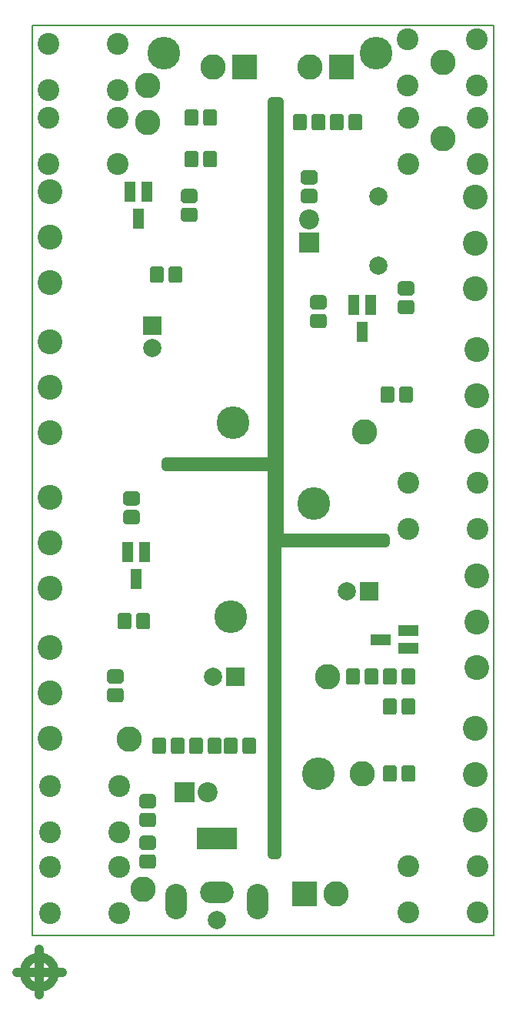
<source format=gbr>
%TF.GenerationSoftware,KiCad,Pcbnew,(5.0.0)*%
%TF.CreationDate,2018-12-16T12:55:05+01:00*%
%TF.ProjectId,Kicad_Oscillator_Drone,4B696361645F4F7363696C6C61746F72,rev?*%
%TF.SameCoordinates,Original*%
%TF.FileFunction,Soldermask,Top*%
%TF.FilePolarity,Negative*%
%FSLAX46Y46*%
G04 Gerber Fmt 4.6, Leading zero omitted, Abs format (unit mm)*
G04 Created by KiCad (PCBNEW (5.0.0)) date 12/16/18 12:55:05*
%MOMM*%
%LPD*%
G01*
G04 APERTURE LIST*
%ADD10C,1.000000*%
%ADD11C,0.150000*%
%ADD12C,3.600000*%
%ADD13C,2.400000*%
%ADD14C,2.000000*%
%ADD15O,2.400000X3.900000*%
%ADD16O,3.700000X2.400000*%
%ADD17R,4.400000X2.400000*%
%ADD18C,2.740000*%
%ADD19C,1.550000*%
%ADD20R,2.000000X2.000000*%
%ADD21C,2.800000*%
%ADD22R,2.800000X2.800000*%
%ADD23R,2.300000X1.200000*%
%ADD24R,1.200000X2.300000*%
%ADD25R,2.200000X2.200000*%
%ADD26C,2.200000*%
G04 APERTURE END LIST*
D10*
X134112000Y-71374000D02*
X134112000Y-70866000D01*
X158242000Y-79756000D02*
X158242000Y-79248000D01*
X146304000Y-79756000D02*
X158242000Y-79756000D01*
X146304000Y-80010000D02*
X146304000Y-79756000D01*
X146304000Y-114046000D02*
X146304000Y-80010000D01*
X145796000Y-114046000D02*
X146304000Y-114046000D01*
X145796000Y-71374000D02*
X145796000Y-114046000D01*
X134112000Y-71374000D02*
X145796000Y-71374000D01*
X145796000Y-70866000D02*
X134112000Y-70866000D01*
X145796000Y-31242000D02*
X145796000Y-70866000D01*
X146558000Y-31242000D02*
X145796000Y-31242000D01*
X146558000Y-79248000D02*
X146558000Y-31242000D01*
X158242000Y-79248000D02*
X146558000Y-79248000D01*
X121816049Y-127025076D02*
G75*
G03X121816049Y-127025076I-1666666J0D01*
G01*
X117649383Y-127025076D02*
X122649383Y-127025076D01*
X120149383Y-124525076D02*
X120149383Y-129525076D01*
D11*
X170180000Y-122936000D02*
X170180000Y-22860000D01*
X119380000Y-122936000D02*
X170180000Y-122936000D01*
X119380000Y-22860000D02*
X119380000Y-122936000D01*
X170180000Y-22860000D02*
X119380000Y-22860000D01*
D12*
X150368000Y-75438000D03*
D13*
X160782000Y-120396000D03*
X160782000Y-115316000D03*
X168402000Y-120396000D03*
X168402000Y-115316000D03*
X128778000Y-29972000D03*
X128778000Y-24892000D03*
X121158000Y-29972000D03*
X121158000Y-24892000D03*
X128778000Y-33020000D03*
X128778000Y-38100000D03*
X121158000Y-33020000D03*
X121158000Y-38100000D03*
X160655000Y-29464000D03*
X160655000Y-24384000D03*
X168275000Y-29464000D03*
X168275000Y-24384000D03*
X160782000Y-78232000D03*
X160782000Y-73152000D03*
X168402000Y-78232000D03*
X168402000Y-73152000D03*
X128905000Y-120523000D03*
X128905000Y-115443000D03*
X121285000Y-120523000D03*
X121285000Y-115443000D03*
X128905000Y-106553000D03*
X128905000Y-111633000D03*
X121285000Y-106553000D03*
X121285000Y-111633000D03*
X160782000Y-38100000D03*
X160782000Y-33020000D03*
X168402000Y-38100000D03*
X168402000Y-33020000D03*
D14*
X139700000Y-121268000D03*
D15*
X144200000Y-119268000D03*
X135200000Y-119268000D03*
D16*
X139700000Y-118268000D03*
D17*
X139700000Y-112268000D03*
D18*
X121285000Y-91313000D03*
X121285000Y-96313000D03*
X121285000Y-101313000D03*
X121285000Y-74803000D03*
X121285000Y-79803000D03*
X121285000Y-84803000D03*
X121285000Y-57658000D03*
X121285000Y-62658000D03*
X121285000Y-67658000D03*
X121285000Y-41148000D03*
X121285000Y-46148000D03*
X121285000Y-51148000D03*
X168148000Y-110236000D03*
X168148000Y-105236000D03*
X168148000Y-100236000D03*
X168275000Y-93472000D03*
X168275000Y-88472000D03*
X168275000Y-83472000D03*
X168275000Y-68580000D03*
X168275000Y-63580000D03*
X168275000Y-58580000D03*
X168148000Y-51816000D03*
X168148000Y-46816000D03*
X168148000Y-41816000D03*
D11*
G36*
X157198071Y-93589623D02*
X157230781Y-93594475D01*
X157262857Y-93602509D01*
X157293991Y-93613649D01*
X157323884Y-93627787D01*
X157352247Y-93644787D01*
X157378807Y-93664485D01*
X157403308Y-93686692D01*
X157425515Y-93711193D01*
X157445213Y-93737753D01*
X157462213Y-93766116D01*
X157476351Y-93796009D01*
X157487491Y-93827143D01*
X157495525Y-93859219D01*
X157500377Y-93891929D01*
X157502000Y-93924956D01*
X157502000Y-95051044D01*
X157500377Y-95084071D01*
X157495525Y-95116781D01*
X157487491Y-95148857D01*
X157476351Y-95179991D01*
X157462213Y-95209884D01*
X157445213Y-95238247D01*
X157425515Y-95264807D01*
X157403308Y-95289308D01*
X157378807Y-95311515D01*
X157352247Y-95331213D01*
X157323884Y-95348213D01*
X157293991Y-95362351D01*
X157262857Y-95373491D01*
X157230781Y-95381525D01*
X157198071Y-95386377D01*
X157165044Y-95388000D01*
X156288956Y-95388000D01*
X156255929Y-95386377D01*
X156223219Y-95381525D01*
X156191143Y-95373491D01*
X156160009Y-95362351D01*
X156130116Y-95348213D01*
X156101753Y-95331213D01*
X156075193Y-95311515D01*
X156050692Y-95289308D01*
X156028485Y-95264807D01*
X156008787Y-95238247D01*
X155991787Y-95209884D01*
X155977649Y-95179991D01*
X155966509Y-95148857D01*
X155958475Y-95116781D01*
X155953623Y-95084071D01*
X155952000Y-95051044D01*
X155952000Y-93924956D01*
X155953623Y-93891929D01*
X155958475Y-93859219D01*
X155966509Y-93827143D01*
X155977649Y-93796009D01*
X155991787Y-93766116D01*
X156008787Y-93737753D01*
X156028485Y-93711193D01*
X156050692Y-93686692D01*
X156075193Y-93664485D01*
X156101753Y-93644787D01*
X156130116Y-93627787D01*
X156160009Y-93613649D01*
X156191143Y-93602509D01*
X156223219Y-93594475D01*
X156255929Y-93589623D01*
X156288956Y-93588000D01*
X157165044Y-93588000D01*
X157198071Y-93589623D01*
X157198071Y-93589623D01*
G37*
D19*
X156727000Y-94488000D03*
D11*
G36*
X155148071Y-93589623D02*
X155180781Y-93594475D01*
X155212857Y-93602509D01*
X155243991Y-93613649D01*
X155273884Y-93627787D01*
X155302247Y-93644787D01*
X155328807Y-93664485D01*
X155353308Y-93686692D01*
X155375515Y-93711193D01*
X155395213Y-93737753D01*
X155412213Y-93766116D01*
X155426351Y-93796009D01*
X155437491Y-93827143D01*
X155445525Y-93859219D01*
X155450377Y-93891929D01*
X155452000Y-93924956D01*
X155452000Y-95051044D01*
X155450377Y-95084071D01*
X155445525Y-95116781D01*
X155437491Y-95148857D01*
X155426351Y-95179991D01*
X155412213Y-95209884D01*
X155395213Y-95238247D01*
X155375515Y-95264807D01*
X155353308Y-95289308D01*
X155328807Y-95311515D01*
X155302247Y-95331213D01*
X155273884Y-95348213D01*
X155243991Y-95362351D01*
X155212857Y-95373491D01*
X155180781Y-95381525D01*
X155148071Y-95386377D01*
X155115044Y-95388000D01*
X154238956Y-95388000D01*
X154205929Y-95386377D01*
X154173219Y-95381525D01*
X154141143Y-95373491D01*
X154110009Y-95362351D01*
X154080116Y-95348213D01*
X154051753Y-95331213D01*
X154025193Y-95311515D01*
X154000692Y-95289308D01*
X153978485Y-95264807D01*
X153958787Y-95238247D01*
X153941787Y-95209884D01*
X153927649Y-95179991D01*
X153916509Y-95148857D01*
X153908475Y-95116781D01*
X153903623Y-95084071D01*
X153902000Y-95051044D01*
X153902000Y-93924956D01*
X153903623Y-93891929D01*
X153908475Y-93859219D01*
X153916509Y-93827143D01*
X153927649Y-93796009D01*
X153941787Y-93766116D01*
X153958787Y-93737753D01*
X153978485Y-93711193D01*
X154000692Y-93686692D01*
X154025193Y-93664485D01*
X154051753Y-93644787D01*
X154080116Y-93627787D01*
X154110009Y-93613649D01*
X154141143Y-93602509D01*
X154173219Y-93594475D01*
X154205929Y-93589623D01*
X154238956Y-93588000D01*
X155115044Y-93588000D01*
X155148071Y-93589623D01*
X155148071Y-93589623D01*
G37*
D19*
X154677000Y-94488000D03*
D20*
X156464000Y-85090000D03*
D14*
X153964000Y-85090000D03*
D11*
G36*
X159212071Y-104257623D02*
X159244781Y-104262475D01*
X159276857Y-104270509D01*
X159307991Y-104281649D01*
X159337884Y-104295787D01*
X159366247Y-104312787D01*
X159392807Y-104332485D01*
X159417308Y-104354692D01*
X159439515Y-104379193D01*
X159459213Y-104405753D01*
X159476213Y-104434116D01*
X159490351Y-104464009D01*
X159501491Y-104495143D01*
X159509525Y-104527219D01*
X159514377Y-104559929D01*
X159516000Y-104592956D01*
X159516000Y-105719044D01*
X159514377Y-105752071D01*
X159509525Y-105784781D01*
X159501491Y-105816857D01*
X159490351Y-105847991D01*
X159476213Y-105877884D01*
X159459213Y-105906247D01*
X159439515Y-105932807D01*
X159417308Y-105957308D01*
X159392807Y-105979515D01*
X159366247Y-105999213D01*
X159337884Y-106016213D01*
X159307991Y-106030351D01*
X159276857Y-106041491D01*
X159244781Y-106049525D01*
X159212071Y-106054377D01*
X159179044Y-106056000D01*
X158302956Y-106056000D01*
X158269929Y-106054377D01*
X158237219Y-106049525D01*
X158205143Y-106041491D01*
X158174009Y-106030351D01*
X158144116Y-106016213D01*
X158115753Y-105999213D01*
X158089193Y-105979515D01*
X158064692Y-105957308D01*
X158042485Y-105932807D01*
X158022787Y-105906247D01*
X158005787Y-105877884D01*
X157991649Y-105847991D01*
X157980509Y-105816857D01*
X157972475Y-105784781D01*
X157967623Y-105752071D01*
X157966000Y-105719044D01*
X157966000Y-104592956D01*
X157967623Y-104559929D01*
X157972475Y-104527219D01*
X157980509Y-104495143D01*
X157991649Y-104464009D01*
X158005787Y-104434116D01*
X158022787Y-104405753D01*
X158042485Y-104379193D01*
X158064692Y-104354692D01*
X158089193Y-104332485D01*
X158115753Y-104312787D01*
X158144116Y-104295787D01*
X158174009Y-104281649D01*
X158205143Y-104270509D01*
X158237219Y-104262475D01*
X158269929Y-104257623D01*
X158302956Y-104256000D01*
X159179044Y-104256000D01*
X159212071Y-104257623D01*
X159212071Y-104257623D01*
G37*
D19*
X158741000Y-105156000D03*
D11*
G36*
X161262071Y-104257623D02*
X161294781Y-104262475D01*
X161326857Y-104270509D01*
X161357991Y-104281649D01*
X161387884Y-104295787D01*
X161416247Y-104312787D01*
X161442807Y-104332485D01*
X161467308Y-104354692D01*
X161489515Y-104379193D01*
X161509213Y-104405753D01*
X161526213Y-104434116D01*
X161540351Y-104464009D01*
X161551491Y-104495143D01*
X161559525Y-104527219D01*
X161564377Y-104559929D01*
X161566000Y-104592956D01*
X161566000Y-105719044D01*
X161564377Y-105752071D01*
X161559525Y-105784781D01*
X161551491Y-105816857D01*
X161540351Y-105847991D01*
X161526213Y-105877884D01*
X161509213Y-105906247D01*
X161489515Y-105932807D01*
X161467308Y-105957308D01*
X161442807Y-105979515D01*
X161416247Y-105999213D01*
X161387884Y-106016213D01*
X161357991Y-106030351D01*
X161326857Y-106041491D01*
X161294781Y-106049525D01*
X161262071Y-106054377D01*
X161229044Y-106056000D01*
X160352956Y-106056000D01*
X160319929Y-106054377D01*
X160287219Y-106049525D01*
X160255143Y-106041491D01*
X160224009Y-106030351D01*
X160194116Y-106016213D01*
X160165753Y-105999213D01*
X160139193Y-105979515D01*
X160114692Y-105957308D01*
X160092485Y-105932807D01*
X160072787Y-105906247D01*
X160055787Y-105877884D01*
X160041649Y-105847991D01*
X160030509Y-105816857D01*
X160022475Y-105784781D01*
X160017623Y-105752071D01*
X160016000Y-105719044D01*
X160016000Y-104592956D01*
X160017623Y-104559929D01*
X160022475Y-104527219D01*
X160030509Y-104495143D01*
X160041649Y-104464009D01*
X160055787Y-104434116D01*
X160072787Y-104405753D01*
X160092485Y-104379193D01*
X160114692Y-104354692D01*
X160139193Y-104332485D01*
X160165753Y-104312787D01*
X160194116Y-104295787D01*
X160224009Y-104281649D01*
X160255143Y-104270509D01*
X160287219Y-104262475D01*
X160319929Y-104257623D01*
X160352956Y-104256000D01*
X161229044Y-104256000D01*
X161262071Y-104257623D01*
X161262071Y-104257623D01*
G37*
D19*
X160791000Y-105156000D03*
D11*
G36*
X153370071Y-32629623D02*
X153402781Y-32634475D01*
X153434857Y-32642509D01*
X153465991Y-32653649D01*
X153495884Y-32667787D01*
X153524247Y-32684787D01*
X153550807Y-32704485D01*
X153575308Y-32726692D01*
X153597515Y-32751193D01*
X153617213Y-32777753D01*
X153634213Y-32806116D01*
X153648351Y-32836009D01*
X153659491Y-32867143D01*
X153667525Y-32899219D01*
X153672377Y-32931929D01*
X153674000Y-32964956D01*
X153674000Y-34091044D01*
X153672377Y-34124071D01*
X153667525Y-34156781D01*
X153659491Y-34188857D01*
X153648351Y-34219991D01*
X153634213Y-34249884D01*
X153617213Y-34278247D01*
X153597515Y-34304807D01*
X153575308Y-34329308D01*
X153550807Y-34351515D01*
X153524247Y-34371213D01*
X153495884Y-34388213D01*
X153465991Y-34402351D01*
X153434857Y-34413491D01*
X153402781Y-34421525D01*
X153370071Y-34426377D01*
X153337044Y-34428000D01*
X152460956Y-34428000D01*
X152427929Y-34426377D01*
X152395219Y-34421525D01*
X152363143Y-34413491D01*
X152332009Y-34402351D01*
X152302116Y-34388213D01*
X152273753Y-34371213D01*
X152247193Y-34351515D01*
X152222692Y-34329308D01*
X152200485Y-34304807D01*
X152180787Y-34278247D01*
X152163787Y-34249884D01*
X152149649Y-34219991D01*
X152138509Y-34188857D01*
X152130475Y-34156781D01*
X152125623Y-34124071D01*
X152124000Y-34091044D01*
X152124000Y-32964956D01*
X152125623Y-32931929D01*
X152130475Y-32899219D01*
X152138509Y-32867143D01*
X152149649Y-32836009D01*
X152163787Y-32806116D01*
X152180787Y-32777753D01*
X152200485Y-32751193D01*
X152222692Y-32726692D01*
X152247193Y-32704485D01*
X152273753Y-32684787D01*
X152302116Y-32667787D01*
X152332009Y-32653649D01*
X152363143Y-32642509D01*
X152395219Y-32634475D01*
X152427929Y-32629623D01*
X152460956Y-32628000D01*
X153337044Y-32628000D01*
X153370071Y-32629623D01*
X153370071Y-32629623D01*
G37*
D19*
X152899000Y-33528000D03*
D11*
G36*
X155420071Y-32629623D02*
X155452781Y-32634475D01*
X155484857Y-32642509D01*
X155515991Y-32653649D01*
X155545884Y-32667787D01*
X155574247Y-32684787D01*
X155600807Y-32704485D01*
X155625308Y-32726692D01*
X155647515Y-32751193D01*
X155667213Y-32777753D01*
X155684213Y-32806116D01*
X155698351Y-32836009D01*
X155709491Y-32867143D01*
X155717525Y-32899219D01*
X155722377Y-32931929D01*
X155724000Y-32964956D01*
X155724000Y-34091044D01*
X155722377Y-34124071D01*
X155717525Y-34156781D01*
X155709491Y-34188857D01*
X155698351Y-34219991D01*
X155684213Y-34249884D01*
X155667213Y-34278247D01*
X155647515Y-34304807D01*
X155625308Y-34329308D01*
X155600807Y-34351515D01*
X155574247Y-34371213D01*
X155545884Y-34388213D01*
X155515991Y-34402351D01*
X155484857Y-34413491D01*
X155452781Y-34421525D01*
X155420071Y-34426377D01*
X155387044Y-34428000D01*
X154510956Y-34428000D01*
X154477929Y-34426377D01*
X154445219Y-34421525D01*
X154413143Y-34413491D01*
X154382009Y-34402351D01*
X154352116Y-34388213D01*
X154323753Y-34371213D01*
X154297193Y-34351515D01*
X154272692Y-34329308D01*
X154250485Y-34304807D01*
X154230787Y-34278247D01*
X154213787Y-34249884D01*
X154199649Y-34219991D01*
X154188509Y-34188857D01*
X154180475Y-34156781D01*
X154175623Y-34124071D01*
X154174000Y-34091044D01*
X154174000Y-32964956D01*
X154175623Y-32931929D01*
X154180475Y-32899219D01*
X154188509Y-32867143D01*
X154199649Y-32836009D01*
X154213787Y-32806116D01*
X154230787Y-32777753D01*
X154250485Y-32751193D01*
X154272692Y-32726692D01*
X154297193Y-32704485D01*
X154323753Y-32684787D01*
X154352116Y-32667787D01*
X154382009Y-32653649D01*
X154413143Y-32642509D01*
X154445219Y-32634475D01*
X154477929Y-32629623D01*
X154510956Y-32628000D01*
X155387044Y-32628000D01*
X155420071Y-32629623D01*
X155420071Y-32629623D01*
G37*
D19*
X154949000Y-33528000D03*
D11*
G36*
X151472071Y-54607623D02*
X151504781Y-54612475D01*
X151536857Y-54620509D01*
X151567991Y-54631649D01*
X151597884Y-54645787D01*
X151626247Y-54662787D01*
X151652807Y-54682485D01*
X151677308Y-54704692D01*
X151699515Y-54729193D01*
X151719213Y-54755753D01*
X151736213Y-54784116D01*
X151750351Y-54814009D01*
X151761491Y-54845143D01*
X151769525Y-54877219D01*
X151774377Y-54909929D01*
X151776000Y-54942956D01*
X151776000Y-55819044D01*
X151774377Y-55852071D01*
X151769525Y-55884781D01*
X151761491Y-55916857D01*
X151750351Y-55947991D01*
X151736213Y-55977884D01*
X151719213Y-56006247D01*
X151699515Y-56032807D01*
X151677308Y-56057308D01*
X151652807Y-56079515D01*
X151626247Y-56099213D01*
X151597884Y-56116213D01*
X151567991Y-56130351D01*
X151536857Y-56141491D01*
X151504781Y-56149525D01*
X151472071Y-56154377D01*
X151439044Y-56156000D01*
X150312956Y-56156000D01*
X150279929Y-56154377D01*
X150247219Y-56149525D01*
X150215143Y-56141491D01*
X150184009Y-56130351D01*
X150154116Y-56116213D01*
X150125753Y-56099213D01*
X150099193Y-56079515D01*
X150074692Y-56057308D01*
X150052485Y-56032807D01*
X150032787Y-56006247D01*
X150015787Y-55977884D01*
X150001649Y-55947991D01*
X149990509Y-55916857D01*
X149982475Y-55884781D01*
X149977623Y-55852071D01*
X149976000Y-55819044D01*
X149976000Y-54942956D01*
X149977623Y-54909929D01*
X149982475Y-54877219D01*
X149990509Y-54845143D01*
X150001649Y-54814009D01*
X150015787Y-54784116D01*
X150032787Y-54755753D01*
X150052485Y-54729193D01*
X150074692Y-54704692D01*
X150099193Y-54682485D01*
X150125753Y-54662787D01*
X150154116Y-54645787D01*
X150184009Y-54631649D01*
X150215143Y-54620509D01*
X150247219Y-54612475D01*
X150279929Y-54607623D01*
X150312956Y-54606000D01*
X151439044Y-54606000D01*
X151472071Y-54607623D01*
X151472071Y-54607623D01*
G37*
D19*
X150876000Y-55381000D03*
D11*
G36*
X151472071Y-52557623D02*
X151504781Y-52562475D01*
X151536857Y-52570509D01*
X151567991Y-52581649D01*
X151597884Y-52595787D01*
X151626247Y-52612787D01*
X151652807Y-52632485D01*
X151677308Y-52654692D01*
X151699515Y-52679193D01*
X151719213Y-52705753D01*
X151736213Y-52734116D01*
X151750351Y-52764009D01*
X151761491Y-52795143D01*
X151769525Y-52827219D01*
X151774377Y-52859929D01*
X151776000Y-52892956D01*
X151776000Y-53769044D01*
X151774377Y-53802071D01*
X151769525Y-53834781D01*
X151761491Y-53866857D01*
X151750351Y-53897991D01*
X151736213Y-53927884D01*
X151719213Y-53956247D01*
X151699515Y-53982807D01*
X151677308Y-54007308D01*
X151652807Y-54029515D01*
X151626247Y-54049213D01*
X151597884Y-54066213D01*
X151567991Y-54080351D01*
X151536857Y-54091491D01*
X151504781Y-54099525D01*
X151472071Y-54104377D01*
X151439044Y-54106000D01*
X150312956Y-54106000D01*
X150279929Y-54104377D01*
X150247219Y-54099525D01*
X150215143Y-54091491D01*
X150184009Y-54080351D01*
X150154116Y-54066213D01*
X150125753Y-54049213D01*
X150099193Y-54029515D01*
X150074692Y-54007308D01*
X150052485Y-53982807D01*
X150032787Y-53956247D01*
X150015787Y-53927884D01*
X150001649Y-53897991D01*
X149990509Y-53866857D01*
X149982475Y-53834781D01*
X149977623Y-53802071D01*
X149976000Y-53769044D01*
X149976000Y-52892956D01*
X149977623Y-52859929D01*
X149982475Y-52827219D01*
X149990509Y-52795143D01*
X150001649Y-52764009D01*
X150015787Y-52734116D01*
X150032787Y-52705753D01*
X150052485Y-52679193D01*
X150074692Y-52654692D01*
X150099193Y-52632485D01*
X150125753Y-52612787D01*
X150154116Y-52595787D01*
X150184009Y-52581649D01*
X150215143Y-52570509D01*
X150247219Y-52562475D01*
X150279929Y-52557623D01*
X150312956Y-52556000D01*
X151439044Y-52556000D01*
X151472071Y-52557623D01*
X151472071Y-52557623D01*
G37*
D19*
X150876000Y-53331000D03*
D11*
G36*
X160997072Y-62588624D02*
X161029782Y-62593476D01*
X161061858Y-62601510D01*
X161092992Y-62612650D01*
X161122885Y-62626788D01*
X161151248Y-62643788D01*
X161177808Y-62663486D01*
X161202309Y-62685693D01*
X161224516Y-62710194D01*
X161244214Y-62736754D01*
X161261214Y-62765117D01*
X161275352Y-62795010D01*
X161286492Y-62826144D01*
X161294526Y-62858220D01*
X161299378Y-62890930D01*
X161301001Y-62923957D01*
X161301001Y-64050045D01*
X161299378Y-64083072D01*
X161294526Y-64115782D01*
X161286492Y-64147858D01*
X161275352Y-64178992D01*
X161261214Y-64208885D01*
X161244214Y-64237248D01*
X161224516Y-64263808D01*
X161202309Y-64288309D01*
X161177808Y-64310516D01*
X161151248Y-64330214D01*
X161122885Y-64347214D01*
X161092992Y-64361352D01*
X161061858Y-64372492D01*
X161029782Y-64380526D01*
X160997072Y-64385378D01*
X160964045Y-64387001D01*
X160087957Y-64387001D01*
X160054930Y-64385378D01*
X160022220Y-64380526D01*
X159990144Y-64372492D01*
X159959010Y-64361352D01*
X159929117Y-64347214D01*
X159900754Y-64330214D01*
X159874194Y-64310516D01*
X159849693Y-64288309D01*
X159827486Y-64263808D01*
X159807788Y-64237248D01*
X159790788Y-64208885D01*
X159776650Y-64178992D01*
X159765510Y-64147858D01*
X159757476Y-64115782D01*
X159752624Y-64083072D01*
X159751001Y-64050045D01*
X159751001Y-62923957D01*
X159752624Y-62890930D01*
X159757476Y-62858220D01*
X159765510Y-62826144D01*
X159776650Y-62795010D01*
X159790788Y-62765117D01*
X159807788Y-62736754D01*
X159827486Y-62710194D01*
X159849693Y-62685693D01*
X159874194Y-62663486D01*
X159900754Y-62643788D01*
X159929117Y-62626788D01*
X159959010Y-62612650D01*
X159990144Y-62601510D01*
X160022220Y-62593476D01*
X160054930Y-62588624D01*
X160087957Y-62587001D01*
X160964045Y-62587001D01*
X160997072Y-62588624D01*
X160997072Y-62588624D01*
G37*
D19*
X160526001Y-63487001D03*
D11*
G36*
X158947072Y-62588624D02*
X158979782Y-62593476D01*
X159011858Y-62601510D01*
X159042992Y-62612650D01*
X159072885Y-62626788D01*
X159101248Y-62643788D01*
X159127808Y-62663486D01*
X159152309Y-62685693D01*
X159174516Y-62710194D01*
X159194214Y-62736754D01*
X159211214Y-62765117D01*
X159225352Y-62795010D01*
X159236492Y-62826144D01*
X159244526Y-62858220D01*
X159249378Y-62890930D01*
X159251001Y-62923957D01*
X159251001Y-64050045D01*
X159249378Y-64083072D01*
X159244526Y-64115782D01*
X159236492Y-64147858D01*
X159225352Y-64178992D01*
X159211214Y-64208885D01*
X159194214Y-64237248D01*
X159174516Y-64263808D01*
X159152309Y-64288309D01*
X159127808Y-64310516D01*
X159101248Y-64330214D01*
X159072885Y-64347214D01*
X159042992Y-64361352D01*
X159011858Y-64372492D01*
X158979782Y-64380526D01*
X158947072Y-64385378D01*
X158914045Y-64387001D01*
X158037957Y-64387001D01*
X158004930Y-64385378D01*
X157972220Y-64380526D01*
X157940144Y-64372492D01*
X157909010Y-64361352D01*
X157879117Y-64347214D01*
X157850754Y-64330214D01*
X157824194Y-64310516D01*
X157799693Y-64288309D01*
X157777486Y-64263808D01*
X157757788Y-64237248D01*
X157740788Y-64208885D01*
X157726650Y-64178992D01*
X157715510Y-64147858D01*
X157707476Y-64115782D01*
X157702624Y-64083072D01*
X157701001Y-64050045D01*
X157701001Y-62923957D01*
X157702624Y-62890930D01*
X157707476Y-62858220D01*
X157715510Y-62826144D01*
X157726650Y-62795010D01*
X157740788Y-62765117D01*
X157757788Y-62736754D01*
X157777486Y-62710194D01*
X157799693Y-62685693D01*
X157824194Y-62663486D01*
X157850754Y-62643788D01*
X157879117Y-62626788D01*
X157909010Y-62612650D01*
X157940144Y-62601510D01*
X157972220Y-62593476D01*
X158004930Y-62588624D01*
X158037957Y-62587001D01*
X158914045Y-62587001D01*
X158947072Y-62588624D01*
X158947072Y-62588624D01*
G37*
D19*
X158476001Y-63487001D03*
D11*
G36*
X137368071Y-32121623D02*
X137400781Y-32126475D01*
X137432857Y-32134509D01*
X137463991Y-32145649D01*
X137493884Y-32159787D01*
X137522247Y-32176787D01*
X137548807Y-32196485D01*
X137573308Y-32218692D01*
X137595515Y-32243193D01*
X137615213Y-32269753D01*
X137632213Y-32298116D01*
X137646351Y-32328009D01*
X137657491Y-32359143D01*
X137665525Y-32391219D01*
X137670377Y-32423929D01*
X137672000Y-32456956D01*
X137672000Y-33583044D01*
X137670377Y-33616071D01*
X137665525Y-33648781D01*
X137657491Y-33680857D01*
X137646351Y-33711991D01*
X137632213Y-33741884D01*
X137615213Y-33770247D01*
X137595515Y-33796807D01*
X137573308Y-33821308D01*
X137548807Y-33843515D01*
X137522247Y-33863213D01*
X137493884Y-33880213D01*
X137463991Y-33894351D01*
X137432857Y-33905491D01*
X137400781Y-33913525D01*
X137368071Y-33918377D01*
X137335044Y-33920000D01*
X136458956Y-33920000D01*
X136425929Y-33918377D01*
X136393219Y-33913525D01*
X136361143Y-33905491D01*
X136330009Y-33894351D01*
X136300116Y-33880213D01*
X136271753Y-33863213D01*
X136245193Y-33843515D01*
X136220692Y-33821308D01*
X136198485Y-33796807D01*
X136178787Y-33770247D01*
X136161787Y-33741884D01*
X136147649Y-33711991D01*
X136136509Y-33680857D01*
X136128475Y-33648781D01*
X136123623Y-33616071D01*
X136122000Y-33583044D01*
X136122000Y-32456956D01*
X136123623Y-32423929D01*
X136128475Y-32391219D01*
X136136509Y-32359143D01*
X136147649Y-32328009D01*
X136161787Y-32298116D01*
X136178787Y-32269753D01*
X136198485Y-32243193D01*
X136220692Y-32218692D01*
X136245193Y-32196485D01*
X136271753Y-32176787D01*
X136300116Y-32159787D01*
X136330009Y-32145649D01*
X136361143Y-32134509D01*
X136393219Y-32126475D01*
X136425929Y-32121623D01*
X136458956Y-32120000D01*
X137335044Y-32120000D01*
X137368071Y-32121623D01*
X137368071Y-32121623D01*
G37*
D19*
X136897000Y-33020000D03*
D11*
G36*
X139418071Y-32121623D02*
X139450781Y-32126475D01*
X139482857Y-32134509D01*
X139513991Y-32145649D01*
X139543884Y-32159787D01*
X139572247Y-32176787D01*
X139598807Y-32196485D01*
X139623308Y-32218692D01*
X139645515Y-32243193D01*
X139665213Y-32269753D01*
X139682213Y-32298116D01*
X139696351Y-32328009D01*
X139707491Y-32359143D01*
X139715525Y-32391219D01*
X139720377Y-32423929D01*
X139722000Y-32456956D01*
X139722000Y-33583044D01*
X139720377Y-33616071D01*
X139715525Y-33648781D01*
X139707491Y-33680857D01*
X139696351Y-33711991D01*
X139682213Y-33741884D01*
X139665213Y-33770247D01*
X139645515Y-33796807D01*
X139623308Y-33821308D01*
X139598807Y-33843515D01*
X139572247Y-33863213D01*
X139543884Y-33880213D01*
X139513991Y-33894351D01*
X139482857Y-33905491D01*
X139450781Y-33913525D01*
X139418071Y-33918377D01*
X139385044Y-33920000D01*
X138508956Y-33920000D01*
X138475929Y-33918377D01*
X138443219Y-33913525D01*
X138411143Y-33905491D01*
X138380009Y-33894351D01*
X138350116Y-33880213D01*
X138321753Y-33863213D01*
X138295193Y-33843515D01*
X138270692Y-33821308D01*
X138248485Y-33796807D01*
X138228787Y-33770247D01*
X138211787Y-33741884D01*
X138197649Y-33711991D01*
X138186509Y-33680857D01*
X138178475Y-33648781D01*
X138173623Y-33616071D01*
X138172000Y-33583044D01*
X138172000Y-32456956D01*
X138173623Y-32423929D01*
X138178475Y-32391219D01*
X138186509Y-32359143D01*
X138197649Y-32328009D01*
X138211787Y-32298116D01*
X138228787Y-32269753D01*
X138248485Y-32243193D01*
X138270692Y-32218692D01*
X138295193Y-32196485D01*
X138321753Y-32176787D01*
X138350116Y-32159787D01*
X138380009Y-32145649D01*
X138411143Y-32134509D01*
X138443219Y-32126475D01*
X138475929Y-32121623D01*
X138508956Y-32120000D01*
X139385044Y-32120000D01*
X139418071Y-32121623D01*
X139418071Y-32121623D01*
G37*
D19*
X138947000Y-33020000D03*
D20*
X132588000Y-55880000D03*
D14*
X132588000Y-58380000D03*
D11*
G36*
X137368071Y-36693623D02*
X137400781Y-36698475D01*
X137432857Y-36706509D01*
X137463991Y-36717649D01*
X137493884Y-36731787D01*
X137522247Y-36748787D01*
X137548807Y-36768485D01*
X137573308Y-36790692D01*
X137595515Y-36815193D01*
X137615213Y-36841753D01*
X137632213Y-36870116D01*
X137646351Y-36900009D01*
X137657491Y-36931143D01*
X137665525Y-36963219D01*
X137670377Y-36995929D01*
X137672000Y-37028956D01*
X137672000Y-38155044D01*
X137670377Y-38188071D01*
X137665525Y-38220781D01*
X137657491Y-38252857D01*
X137646351Y-38283991D01*
X137632213Y-38313884D01*
X137615213Y-38342247D01*
X137595515Y-38368807D01*
X137573308Y-38393308D01*
X137548807Y-38415515D01*
X137522247Y-38435213D01*
X137493884Y-38452213D01*
X137463991Y-38466351D01*
X137432857Y-38477491D01*
X137400781Y-38485525D01*
X137368071Y-38490377D01*
X137335044Y-38492000D01*
X136458956Y-38492000D01*
X136425929Y-38490377D01*
X136393219Y-38485525D01*
X136361143Y-38477491D01*
X136330009Y-38466351D01*
X136300116Y-38452213D01*
X136271753Y-38435213D01*
X136245193Y-38415515D01*
X136220692Y-38393308D01*
X136198485Y-38368807D01*
X136178787Y-38342247D01*
X136161787Y-38313884D01*
X136147649Y-38283991D01*
X136136509Y-38252857D01*
X136128475Y-38220781D01*
X136123623Y-38188071D01*
X136122000Y-38155044D01*
X136122000Y-37028956D01*
X136123623Y-36995929D01*
X136128475Y-36963219D01*
X136136509Y-36931143D01*
X136147649Y-36900009D01*
X136161787Y-36870116D01*
X136178787Y-36841753D01*
X136198485Y-36815193D01*
X136220692Y-36790692D01*
X136245193Y-36768485D01*
X136271753Y-36748787D01*
X136300116Y-36731787D01*
X136330009Y-36717649D01*
X136361143Y-36706509D01*
X136393219Y-36698475D01*
X136425929Y-36693623D01*
X136458956Y-36692000D01*
X137335044Y-36692000D01*
X137368071Y-36693623D01*
X137368071Y-36693623D01*
G37*
D19*
X136897000Y-37592000D03*
D11*
G36*
X139418071Y-36693623D02*
X139450781Y-36698475D01*
X139482857Y-36706509D01*
X139513991Y-36717649D01*
X139543884Y-36731787D01*
X139572247Y-36748787D01*
X139598807Y-36768485D01*
X139623308Y-36790692D01*
X139645515Y-36815193D01*
X139665213Y-36841753D01*
X139682213Y-36870116D01*
X139696351Y-36900009D01*
X139707491Y-36931143D01*
X139715525Y-36963219D01*
X139720377Y-36995929D01*
X139722000Y-37028956D01*
X139722000Y-38155044D01*
X139720377Y-38188071D01*
X139715525Y-38220781D01*
X139707491Y-38252857D01*
X139696351Y-38283991D01*
X139682213Y-38313884D01*
X139665213Y-38342247D01*
X139645515Y-38368807D01*
X139623308Y-38393308D01*
X139598807Y-38415515D01*
X139572247Y-38435213D01*
X139543884Y-38452213D01*
X139513991Y-38466351D01*
X139482857Y-38477491D01*
X139450781Y-38485525D01*
X139418071Y-38490377D01*
X139385044Y-38492000D01*
X138508956Y-38492000D01*
X138475929Y-38490377D01*
X138443219Y-38485525D01*
X138411143Y-38477491D01*
X138380009Y-38466351D01*
X138350116Y-38452213D01*
X138321753Y-38435213D01*
X138295193Y-38415515D01*
X138270692Y-38393308D01*
X138248485Y-38368807D01*
X138228787Y-38342247D01*
X138211787Y-38313884D01*
X138197649Y-38283991D01*
X138186509Y-38252857D01*
X138178475Y-38220781D01*
X138173623Y-38188071D01*
X138172000Y-38155044D01*
X138172000Y-37028956D01*
X138173623Y-36995929D01*
X138178475Y-36963219D01*
X138186509Y-36931143D01*
X138197649Y-36900009D01*
X138211787Y-36870116D01*
X138228787Y-36841753D01*
X138248485Y-36815193D01*
X138270692Y-36790692D01*
X138295193Y-36768485D01*
X138321753Y-36748787D01*
X138350116Y-36731787D01*
X138380009Y-36717649D01*
X138411143Y-36706509D01*
X138443219Y-36698475D01*
X138475929Y-36693623D01*
X138508956Y-36692000D01*
X139385044Y-36692000D01*
X139418071Y-36693623D01*
X139418071Y-36693623D01*
G37*
D19*
X138947000Y-37592000D03*
D11*
G36*
X132676071Y-114043623D02*
X132708781Y-114048475D01*
X132740857Y-114056509D01*
X132771991Y-114067649D01*
X132801884Y-114081787D01*
X132830247Y-114098787D01*
X132856807Y-114118485D01*
X132881308Y-114140692D01*
X132903515Y-114165193D01*
X132923213Y-114191753D01*
X132940213Y-114220116D01*
X132954351Y-114250009D01*
X132965491Y-114281143D01*
X132973525Y-114313219D01*
X132978377Y-114345929D01*
X132980000Y-114378956D01*
X132980000Y-115255044D01*
X132978377Y-115288071D01*
X132973525Y-115320781D01*
X132965491Y-115352857D01*
X132954351Y-115383991D01*
X132940213Y-115413884D01*
X132923213Y-115442247D01*
X132903515Y-115468807D01*
X132881308Y-115493308D01*
X132856807Y-115515515D01*
X132830247Y-115535213D01*
X132801884Y-115552213D01*
X132771991Y-115566351D01*
X132740857Y-115577491D01*
X132708781Y-115585525D01*
X132676071Y-115590377D01*
X132643044Y-115592000D01*
X131516956Y-115592000D01*
X131483929Y-115590377D01*
X131451219Y-115585525D01*
X131419143Y-115577491D01*
X131388009Y-115566351D01*
X131358116Y-115552213D01*
X131329753Y-115535213D01*
X131303193Y-115515515D01*
X131278692Y-115493308D01*
X131256485Y-115468807D01*
X131236787Y-115442247D01*
X131219787Y-115413884D01*
X131205649Y-115383991D01*
X131194509Y-115352857D01*
X131186475Y-115320781D01*
X131181623Y-115288071D01*
X131180000Y-115255044D01*
X131180000Y-114378956D01*
X131181623Y-114345929D01*
X131186475Y-114313219D01*
X131194509Y-114281143D01*
X131205649Y-114250009D01*
X131219787Y-114220116D01*
X131236787Y-114191753D01*
X131256485Y-114165193D01*
X131278692Y-114140692D01*
X131303193Y-114118485D01*
X131329753Y-114098787D01*
X131358116Y-114081787D01*
X131388009Y-114067649D01*
X131419143Y-114056509D01*
X131451219Y-114048475D01*
X131483929Y-114043623D01*
X131516956Y-114042000D01*
X132643044Y-114042000D01*
X132676071Y-114043623D01*
X132676071Y-114043623D01*
G37*
D19*
X132080000Y-114817000D03*
D11*
G36*
X132676071Y-111993623D02*
X132708781Y-111998475D01*
X132740857Y-112006509D01*
X132771991Y-112017649D01*
X132801884Y-112031787D01*
X132830247Y-112048787D01*
X132856807Y-112068485D01*
X132881308Y-112090692D01*
X132903515Y-112115193D01*
X132923213Y-112141753D01*
X132940213Y-112170116D01*
X132954351Y-112200009D01*
X132965491Y-112231143D01*
X132973525Y-112263219D01*
X132978377Y-112295929D01*
X132980000Y-112328956D01*
X132980000Y-113205044D01*
X132978377Y-113238071D01*
X132973525Y-113270781D01*
X132965491Y-113302857D01*
X132954351Y-113333991D01*
X132940213Y-113363884D01*
X132923213Y-113392247D01*
X132903515Y-113418807D01*
X132881308Y-113443308D01*
X132856807Y-113465515D01*
X132830247Y-113485213D01*
X132801884Y-113502213D01*
X132771991Y-113516351D01*
X132740857Y-113527491D01*
X132708781Y-113535525D01*
X132676071Y-113540377D01*
X132643044Y-113542000D01*
X131516956Y-113542000D01*
X131483929Y-113540377D01*
X131451219Y-113535525D01*
X131419143Y-113527491D01*
X131388009Y-113516351D01*
X131358116Y-113502213D01*
X131329753Y-113485213D01*
X131303193Y-113465515D01*
X131278692Y-113443308D01*
X131256485Y-113418807D01*
X131236787Y-113392247D01*
X131219787Y-113363884D01*
X131205649Y-113333991D01*
X131194509Y-113302857D01*
X131186475Y-113270781D01*
X131181623Y-113238071D01*
X131180000Y-113205044D01*
X131180000Y-112328956D01*
X131181623Y-112295929D01*
X131186475Y-112263219D01*
X131194509Y-112231143D01*
X131205649Y-112200009D01*
X131219787Y-112170116D01*
X131236787Y-112141753D01*
X131256485Y-112115193D01*
X131278692Y-112090692D01*
X131303193Y-112068485D01*
X131329753Y-112048787D01*
X131358116Y-112031787D01*
X131388009Y-112017649D01*
X131419143Y-112006509D01*
X131451219Y-111998475D01*
X131483929Y-111993623D01*
X131516956Y-111992000D01*
X132643044Y-111992000D01*
X132676071Y-111993623D01*
X132676071Y-111993623D01*
G37*
D19*
X132080000Y-112767000D03*
D11*
G36*
X130002071Y-87493623D02*
X130034781Y-87498475D01*
X130066857Y-87506509D01*
X130097991Y-87517649D01*
X130127884Y-87531787D01*
X130156247Y-87548787D01*
X130182807Y-87568485D01*
X130207308Y-87590692D01*
X130229515Y-87615193D01*
X130249213Y-87641753D01*
X130266213Y-87670116D01*
X130280351Y-87700009D01*
X130291491Y-87731143D01*
X130299525Y-87763219D01*
X130304377Y-87795929D01*
X130306000Y-87828956D01*
X130306000Y-88955044D01*
X130304377Y-88988071D01*
X130299525Y-89020781D01*
X130291491Y-89052857D01*
X130280351Y-89083991D01*
X130266213Y-89113884D01*
X130249213Y-89142247D01*
X130229515Y-89168807D01*
X130207308Y-89193308D01*
X130182807Y-89215515D01*
X130156247Y-89235213D01*
X130127884Y-89252213D01*
X130097991Y-89266351D01*
X130066857Y-89277491D01*
X130034781Y-89285525D01*
X130002071Y-89290377D01*
X129969044Y-89292000D01*
X129092956Y-89292000D01*
X129059929Y-89290377D01*
X129027219Y-89285525D01*
X128995143Y-89277491D01*
X128964009Y-89266351D01*
X128934116Y-89252213D01*
X128905753Y-89235213D01*
X128879193Y-89215515D01*
X128854692Y-89193308D01*
X128832485Y-89168807D01*
X128812787Y-89142247D01*
X128795787Y-89113884D01*
X128781649Y-89083991D01*
X128770509Y-89052857D01*
X128762475Y-89020781D01*
X128757623Y-88988071D01*
X128756000Y-88955044D01*
X128756000Y-87828956D01*
X128757623Y-87795929D01*
X128762475Y-87763219D01*
X128770509Y-87731143D01*
X128781649Y-87700009D01*
X128795787Y-87670116D01*
X128812787Y-87641753D01*
X128832485Y-87615193D01*
X128854692Y-87590692D01*
X128879193Y-87568485D01*
X128905753Y-87548787D01*
X128934116Y-87531787D01*
X128964009Y-87517649D01*
X128995143Y-87506509D01*
X129027219Y-87498475D01*
X129059929Y-87493623D01*
X129092956Y-87492000D01*
X129969044Y-87492000D01*
X130002071Y-87493623D01*
X130002071Y-87493623D01*
G37*
D19*
X129531000Y-88392000D03*
D11*
G36*
X132052071Y-87493623D02*
X132084781Y-87498475D01*
X132116857Y-87506509D01*
X132147991Y-87517649D01*
X132177884Y-87531787D01*
X132206247Y-87548787D01*
X132232807Y-87568485D01*
X132257308Y-87590692D01*
X132279515Y-87615193D01*
X132299213Y-87641753D01*
X132316213Y-87670116D01*
X132330351Y-87700009D01*
X132341491Y-87731143D01*
X132349525Y-87763219D01*
X132354377Y-87795929D01*
X132356000Y-87828956D01*
X132356000Y-88955044D01*
X132354377Y-88988071D01*
X132349525Y-89020781D01*
X132341491Y-89052857D01*
X132330351Y-89083991D01*
X132316213Y-89113884D01*
X132299213Y-89142247D01*
X132279515Y-89168807D01*
X132257308Y-89193308D01*
X132232807Y-89215515D01*
X132206247Y-89235213D01*
X132177884Y-89252213D01*
X132147991Y-89266351D01*
X132116857Y-89277491D01*
X132084781Y-89285525D01*
X132052071Y-89290377D01*
X132019044Y-89292000D01*
X131142956Y-89292000D01*
X131109929Y-89290377D01*
X131077219Y-89285525D01*
X131045143Y-89277491D01*
X131014009Y-89266351D01*
X130984116Y-89252213D01*
X130955753Y-89235213D01*
X130929193Y-89215515D01*
X130904692Y-89193308D01*
X130882485Y-89168807D01*
X130862787Y-89142247D01*
X130845787Y-89113884D01*
X130831649Y-89083991D01*
X130820509Y-89052857D01*
X130812475Y-89020781D01*
X130807623Y-88988071D01*
X130806000Y-88955044D01*
X130806000Y-87828956D01*
X130807623Y-87795929D01*
X130812475Y-87763219D01*
X130820509Y-87731143D01*
X130831649Y-87700009D01*
X130845787Y-87670116D01*
X130862787Y-87641753D01*
X130882485Y-87615193D01*
X130904692Y-87590692D01*
X130929193Y-87568485D01*
X130955753Y-87548787D01*
X130984116Y-87531787D01*
X131014009Y-87517649D01*
X131045143Y-87506509D01*
X131077219Y-87498475D01*
X131109929Y-87493623D01*
X131142956Y-87492000D01*
X132019044Y-87492000D01*
X132052071Y-87493623D01*
X132052071Y-87493623D01*
G37*
D19*
X131581000Y-88392000D03*
D11*
G36*
X129120071Y-93705623D02*
X129152781Y-93710475D01*
X129184857Y-93718509D01*
X129215991Y-93729649D01*
X129245884Y-93743787D01*
X129274247Y-93760787D01*
X129300807Y-93780485D01*
X129325308Y-93802692D01*
X129347515Y-93827193D01*
X129367213Y-93853753D01*
X129384213Y-93882116D01*
X129398351Y-93912009D01*
X129409491Y-93943143D01*
X129417525Y-93975219D01*
X129422377Y-94007929D01*
X129424000Y-94040956D01*
X129424000Y-94917044D01*
X129422377Y-94950071D01*
X129417525Y-94982781D01*
X129409491Y-95014857D01*
X129398351Y-95045991D01*
X129384213Y-95075884D01*
X129367213Y-95104247D01*
X129347515Y-95130807D01*
X129325308Y-95155308D01*
X129300807Y-95177515D01*
X129274247Y-95197213D01*
X129245884Y-95214213D01*
X129215991Y-95228351D01*
X129184857Y-95239491D01*
X129152781Y-95247525D01*
X129120071Y-95252377D01*
X129087044Y-95254000D01*
X127960956Y-95254000D01*
X127927929Y-95252377D01*
X127895219Y-95247525D01*
X127863143Y-95239491D01*
X127832009Y-95228351D01*
X127802116Y-95214213D01*
X127773753Y-95197213D01*
X127747193Y-95177515D01*
X127722692Y-95155308D01*
X127700485Y-95130807D01*
X127680787Y-95104247D01*
X127663787Y-95075884D01*
X127649649Y-95045991D01*
X127638509Y-95014857D01*
X127630475Y-94982781D01*
X127625623Y-94950071D01*
X127624000Y-94917044D01*
X127624000Y-94040956D01*
X127625623Y-94007929D01*
X127630475Y-93975219D01*
X127638509Y-93943143D01*
X127649649Y-93912009D01*
X127663787Y-93882116D01*
X127680787Y-93853753D01*
X127700485Y-93827193D01*
X127722692Y-93802692D01*
X127747193Y-93780485D01*
X127773753Y-93760787D01*
X127802116Y-93743787D01*
X127832009Y-93729649D01*
X127863143Y-93718509D01*
X127895219Y-93710475D01*
X127927929Y-93705623D01*
X127960956Y-93704000D01*
X129087044Y-93704000D01*
X129120071Y-93705623D01*
X129120071Y-93705623D01*
G37*
D19*
X128524000Y-94479000D03*
D11*
G36*
X129120071Y-95755623D02*
X129152781Y-95760475D01*
X129184857Y-95768509D01*
X129215991Y-95779649D01*
X129245884Y-95793787D01*
X129274247Y-95810787D01*
X129300807Y-95830485D01*
X129325308Y-95852692D01*
X129347515Y-95877193D01*
X129367213Y-95903753D01*
X129384213Y-95932116D01*
X129398351Y-95962009D01*
X129409491Y-95993143D01*
X129417525Y-96025219D01*
X129422377Y-96057929D01*
X129424000Y-96090956D01*
X129424000Y-96967044D01*
X129422377Y-97000071D01*
X129417525Y-97032781D01*
X129409491Y-97064857D01*
X129398351Y-97095991D01*
X129384213Y-97125884D01*
X129367213Y-97154247D01*
X129347515Y-97180807D01*
X129325308Y-97205308D01*
X129300807Y-97227515D01*
X129274247Y-97247213D01*
X129245884Y-97264213D01*
X129215991Y-97278351D01*
X129184857Y-97289491D01*
X129152781Y-97297525D01*
X129120071Y-97302377D01*
X129087044Y-97304000D01*
X127960956Y-97304000D01*
X127927929Y-97302377D01*
X127895219Y-97297525D01*
X127863143Y-97289491D01*
X127832009Y-97278351D01*
X127802116Y-97264213D01*
X127773753Y-97247213D01*
X127747193Y-97227515D01*
X127722692Y-97205308D01*
X127700485Y-97180807D01*
X127680787Y-97154247D01*
X127663787Y-97125884D01*
X127649649Y-97095991D01*
X127638509Y-97064857D01*
X127630475Y-97032781D01*
X127625623Y-97000071D01*
X127624000Y-96967044D01*
X127624000Y-96090956D01*
X127625623Y-96057929D01*
X127630475Y-96025219D01*
X127638509Y-95993143D01*
X127649649Y-95962009D01*
X127663787Y-95932116D01*
X127680787Y-95903753D01*
X127700485Y-95877193D01*
X127722692Y-95852692D01*
X127747193Y-95830485D01*
X127773753Y-95810787D01*
X127802116Y-95793787D01*
X127832009Y-95779649D01*
X127863143Y-95768509D01*
X127895219Y-95760475D01*
X127927929Y-95755623D01*
X127960956Y-95754000D01*
X129087044Y-95754000D01*
X129120071Y-95755623D01*
X129120071Y-95755623D01*
G37*
D19*
X128524000Y-96529000D03*
D11*
G36*
X135862071Y-101209623D02*
X135894781Y-101214475D01*
X135926857Y-101222509D01*
X135957991Y-101233649D01*
X135987884Y-101247787D01*
X136016247Y-101264787D01*
X136042807Y-101284485D01*
X136067308Y-101306692D01*
X136089515Y-101331193D01*
X136109213Y-101357753D01*
X136126213Y-101386116D01*
X136140351Y-101416009D01*
X136151491Y-101447143D01*
X136159525Y-101479219D01*
X136164377Y-101511929D01*
X136166000Y-101544956D01*
X136166000Y-102671044D01*
X136164377Y-102704071D01*
X136159525Y-102736781D01*
X136151491Y-102768857D01*
X136140351Y-102799991D01*
X136126213Y-102829884D01*
X136109213Y-102858247D01*
X136089515Y-102884807D01*
X136067308Y-102909308D01*
X136042807Y-102931515D01*
X136016247Y-102951213D01*
X135987884Y-102968213D01*
X135957991Y-102982351D01*
X135926857Y-102993491D01*
X135894781Y-103001525D01*
X135862071Y-103006377D01*
X135829044Y-103008000D01*
X134952956Y-103008000D01*
X134919929Y-103006377D01*
X134887219Y-103001525D01*
X134855143Y-102993491D01*
X134824009Y-102982351D01*
X134794116Y-102968213D01*
X134765753Y-102951213D01*
X134739193Y-102931515D01*
X134714692Y-102909308D01*
X134692485Y-102884807D01*
X134672787Y-102858247D01*
X134655787Y-102829884D01*
X134641649Y-102799991D01*
X134630509Y-102768857D01*
X134622475Y-102736781D01*
X134617623Y-102704071D01*
X134616000Y-102671044D01*
X134616000Y-101544956D01*
X134617623Y-101511929D01*
X134622475Y-101479219D01*
X134630509Y-101447143D01*
X134641649Y-101416009D01*
X134655787Y-101386116D01*
X134672787Y-101357753D01*
X134692485Y-101331193D01*
X134714692Y-101306692D01*
X134739193Y-101284485D01*
X134765753Y-101264787D01*
X134794116Y-101247787D01*
X134824009Y-101233649D01*
X134855143Y-101222509D01*
X134887219Y-101214475D01*
X134919929Y-101209623D01*
X134952956Y-101208000D01*
X135829044Y-101208000D01*
X135862071Y-101209623D01*
X135862071Y-101209623D01*
G37*
D19*
X135391000Y-102108000D03*
D11*
G36*
X133812071Y-101209623D02*
X133844781Y-101214475D01*
X133876857Y-101222509D01*
X133907991Y-101233649D01*
X133937884Y-101247787D01*
X133966247Y-101264787D01*
X133992807Y-101284485D01*
X134017308Y-101306692D01*
X134039515Y-101331193D01*
X134059213Y-101357753D01*
X134076213Y-101386116D01*
X134090351Y-101416009D01*
X134101491Y-101447143D01*
X134109525Y-101479219D01*
X134114377Y-101511929D01*
X134116000Y-101544956D01*
X134116000Y-102671044D01*
X134114377Y-102704071D01*
X134109525Y-102736781D01*
X134101491Y-102768857D01*
X134090351Y-102799991D01*
X134076213Y-102829884D01*
X134059213Y-102858247D01*
X134039515Y-102884807D01*
X134017308Y-102909308D01*
X133992807Y-102931515D01*
X133966247Y-102951213D01*
X133937884Y-102968213D01*
X133907991Y-102982351D01*
X133876857Y-102993491D01*
X133844781Y-103001525D01*
X133812071Y-103006377D01*
X133779044Y-103008000D01*
X132902956Y-103008000D01*
X132869929Y-103006377D01*
X132837219Y-103001525D01*
X132805143Y-102993491D01*
X132774009Y-102982351D01*
X132744116Y-102968213D01*
X132715753Y-102951213D01*
X132689193Y-102931515D01*
X132664692Y-102909308D01*
X132642485Y-102884807D01*
X132622787Y-102858247D01*
X132605787Y-102829884D01*
X132591649Y-102799991D01*
X132580509Y-102768857D01*
X132572475Y-102736781D01*
X132567623Y-102704071D01*
X132566000Y-102671044D01*
X132566000Y-101544956D01*
X132567623Y-101511929D01*
X132572475Y-101479219D01*
X132580509Y-101447143D01*
X132591649Y-101416009D01*
X132605787Y-101386116D01*
X132622787Y-101357753D01*
X132642485Y-101331193D01*
X132664692Y-101306692D01*
X132689193Y-101284485D01*
X132715753Y-101264787D01*
X132744116Y-101247787D01*
X132774009Y-101233649D01*
X132805143Y-101222509D01*
X132837219Y-101214475D01*
X132869929Y-101209623D01*
X132902956Y-101208000D01*
X133779044Y-101208000D01*
X133812071Y-101209623D01*
X133812071Y-101209623D01*
G37*
D19*
X133341000Y-102108000D03*
D21*
X139248000Y-27432000D03*
D22*
X142748000Y-27432000D03*
X153416000Y-27432000D03*
D21*
X149916000Y-27432000D03*
X152852000Y-118364000D03*
D22*
X149352000Y-118364000D03*
D23*
X157758000Y-90424000D03*
X160758000Y-89474000D03*
X160758000Y-91374000D03*
D24*
X155702000Y-56618000D03*
X154752000Y-53618000D03*
X156652000Y-53618000D03*
X132014000Y-41172000D03*
X130114000Y-41172000D03*
X131064000Y-44172000D03*
X131760000Y-80796000D03*
X129860000Y-80796000D03*
X130810000Y-83796000D03*
D11*
G36*
X161262071Y-96891623D02*
X161294781Y-96896475D01*
X161326857Y-96904509D01*
X161357991Y-96915649D01*
X161387884Y-96929787D01*
X161416247Y-96946787D01*
X161442807Y-96966485D01*
X161467308Y-96988692D01*
X161489515Y-97013193D01*
X161509213Y-97039753D01*
X161526213Y-97068116D01*
X161540351Y-97098009D01*
X161551491Y-97129143D01*
X161559525Y-97161219D01*
X161564377Y-97193929D01*
X161566000Y-97226956D01*
X161566000Y-98353044D01*
X161564377Y-98386071D01*
X161559525Y-98418781D01*
X161551491Y-98450857D01*
X161540351Y-98481991D01*
X161526213Y-98511884D01*
X161509213Y-98540247D01*
X161489515Y-98566807D01*
X161467308Y-98591308D01*
X161442807Y-98613515D01*
X161416247Y-98633213D01*
X161387884Y-98650213D01*
X161357991Y-98664351D01*
X161326857Y-98675491D01*
X161294781Y-98683525D01*
X161262071Y-98688377D01*
X161229044Y-98690000D01*
X160352956Y-98690000D01*
X160319929Y-98688377D01*
X160287219Y-98683525D01*
X160255143Y-98675491D01*
X160224009Y-98664351D01*
X160194116Y-98650213D01*
X160165753Y-98633213D01*
X160139193Y-98613515D01*
X160114692Y-98591308D01*
X160092485Y-98566807D01*
X160072787Y-98540247D01*
X160055787Y-98511884D01*
X160041649Y-98481991D01*
X160030509Y-98450857D01*
X160022475Y-98418781D01*
X160017623Y-98386071D01*
X160016000Y-98353044D01*
X160016000Y-97226956D01*
X160017623Y-97193929D01*
X160022475Y-97161219D01*
X160030509Y-97129143D01*
X160041649Y-97098009D01*
X160055787Y-97068116D01*
X160072787Y-97039753D01*
X160092485Y-97013193D01*
X160114692Y-96988692D01*
X160139193Y-96966485D01*
X160165753Y-96946787D01*
X160194116Y-96929787D01*
X160224009Y-96915649D01*
X160255143Y-96904509D01*
X160287219Y-96896475D01*
X160319929Y-96891623D01*
X160352956Y-96890000D01*
X161229044Y-96890000D01*
X161262071Y-96891623D01*
X161262071Y-96891623D01*
G37*
D19*
X160791000Y-97790000D03*
D11*
G36*
X159212071Y-96891623D02*
X159244781Y-96896475D01*
X159276857Y-96904509D01*
X159307991Y-96915649D01*
X159337884Y-96929787D01*
X159366247Y-96946787D01*
X159392807Y-96966485D01*
X159417308Y-96988692D01*
X159439515Y-97013193D01*
X159459213Y-97039753D01*
X159476213Y-97068116D01*
X159490351Y-97098009D01*
X159501491Y-97129143D01*
X159509525Y-97161219D01*
X159514377Y-97193929D01*
X159516000Y-97226956D01*
X159516000Y-98353044D01*
X159514377Y-98386071D01*
X159509525Y-98418781D01*
X159501491Y-98450857D01*
X159490351Y-98481991D01*
X159476213Y-98511884D01*
X159459213Y-98540247D01*
X159439515Y-98566807D01*
X159417308Y-98591308D01*
X159392807Y-98613515D01*
X159366247Y-98633213D01*
X159337884Y-98650213D01*
X159307991Y-98664351D01*
X159276857Y-98675491D01*
X159244781Y-98683525D01*
X159212071Y-98688377D01*
X159179044Y-98690000D01*
X158302956Y-98690000D01*
X158269929Y-98688377D01*
X158237219Y-98683525D01*
X158205143Y-98675491D01*
X158174009Y-98664351D01*
X158144116Y-98650213D01*
X158115753Y-98633213D01*
X158089193Y-98613515D01*
X158064692Y-98591308D01*
X158042485Y-98566807D01*
X158022787Y-98540247D01*
X158005787Y-98511884D01*
X157991649Y-98481991D01*
X157980509Y-98450857D01*
X157972475Y-98418781D01*
X157967623Y-98386071D01*
X157966000Y-98353044D01*
X157966000Y-97226956D01*
X157967623Y-97193929D01*
X157972475Y-97161219D01*
X157980509Y-97129143D01*
X157991649Y-97098009D01*
X158005787Y-97068116D01*
X158022787Y-97039753D01*
X158042485Y-97013193D01*
X158064692Y-96988692D01*
X158089193Y-96966485D01*
X158115753Y-96946787D01*
X158144116Y-96929787D01*
X158174009Y-96915649D01*
X158205143Y-96904509D01*
X158237219Y-96896475D01*
X158269929Y-96891623D01*
X158302956Y-96890000D01*
X159179044Y-96890000D01*
X159212071Y-96891623D01*
X159212071Y-96891623D01*
G37*
D19*
X158741000Y-97790000D03*
D11*
G36*
X161124071Y-53083623D02*
X161156781Y-53088475D01*
X161188857Y-53096509D01*
X161219991Y-53107649D01*
X161249884Y-53121787D01*
X161278247Y-53138787D01*
X161304807Y-53158485D01*
X161329308Y-53180692D01*
X161351515Y-53205193D01*
X161371213Y-53231753D01*
X161388213Y-53260116D01*
X161402351Y-53290009D01*
X161413491Y-53321143D01*
X161421525Y-53353219D01*
X161426377Y-53385929D01*
X161428000Y-53418956D01*
X161428000Y-54295044D01*
X161426377Y-54328071D01*
X161421525Y-54360781D01*
X161413491Y-54392857D01*
X161402351Y-54423991D01*
X161388213Y-54453884D01*
X161371213Y-54482247D01*
X161351515Y-54508807D01*
X161329308Y-54533308D01*
X161304807Y-54555515D01*
X161278247Y-54575213D01*
X161249884Y-54592213D01*
X161219991Y-54606351D01*
X161188857Y-54617491D01*
X161156781Y-54625525D01*
X161124071Y-54630377D01*
X161091044Y-54632000D01*
X159964956Y-54632000D01*
X159931929Y-54630377D01*
X159899219Y-54625525D01*
X159867143Y-54617491D01*
X159836009Y-54606351D01*
X159806116Y-54592213D01*
X159777753Y-54575213D01*
X159751193Y-54555515D01*
X159726692Y-54533308D01*
X159704485Y-54508807D01*
X159684787Y-54482247D01*
X159667787Y-54453884D01*
X159653649Y-54423991D01*
X159642509Y-54392857D01*
X159634475Y-54360781D01*
X159629623Y-54328071D01*
X159628000Y-54295044D01*
X159628000Y-53418956D01*
X159629623Y-53385929D01*
X159634475Y-53353219D01*
X159642509Y-53321143D01*
X159653649Y-53290009D01*
X159667787Y-53260116D01*
X159684787Y-53231753D01*
X159704485Y-53205193D01*
X159726692Y-53180692D01*
X159751193Y-53158485D01*
X159777753Y-53138787D01*
X159806116Y-53121787D01*
X159836009Y-53107649D01*
X159867143Y-53096509D01*
X159899219Y-53088475D01*
X159931929Y-53083623D01*
X159964956Y-53082000D01*
X161091044Y-53082000D01*
X161124071Y-53083623D01*
X161124071Y-53083623D01*
G37*
D19*
X160528000Y-53857000D03*
D11*
G36*
X161124071Y-51033623D02*
X161156781Y-51038475D01*
X161188857Y-51046509D01*
X161219991Y-51057649D01*
X161249884Y-51071787D01*
X161278247Y-51088787D01*
X161304807Y-51108485D01*
X161329308Y-51130692D01*
X161351515Y-51155193D01*
X161371213Y-51181753D01*
X161388213Y-51210116D01*
X161402351Y-51240009D01*
X161413491Y-51271143D01*
X161421525Y-51303219D01*
X161426377Y-51335929D01*
X161428000Y-51368956D01*
X161428000Y-52245044D01*
X161426377Y-52278071D01*
X161421525Y-52310781D01*
X161413491Y-52342857D01*
X161402351Y-52373991D01*
X161388213Y-52403884D01*
X161371213Y-52432247D01*
X161351515Y-52458807D01*
X161329308Y-52483308D01*
X161304807Y-52505515D01*
X161278247Y-52525213D01*
X161249884Y-52542213D01*
X161219991Y-52556351D01*
X161188857Y-52567491D01*
X161156781Y-52575525D01*
X161124071Y-52580377D01*
X161091044Y-52582000D01*
X159964956Y-52582000D01*
X159931929Y-52580377D01*
X159899219Y-52575525D01*
X159867143Y-52567491D01*
X159836009Y-52556351D01*
X159806116Y-52542213D01*
X159777753Y-52525213D01*
X159751193Y-52505515D01*
X159726692Y-52483308D01*
X159704485Y-52458807D01*
X159684787Y-52432247D01*
X159667787Y-52403884D01*
X159653649Y-52373991D01*
X159642509Y-52342857D01*
X159634475Y-52310781D01*
X159629623Y-52278071D01*
X159628000Y-52245044D01*
X159628000Y-51368956D01*
X159629623Y-51335929D01*
X159634475Y-51303219D01*
X159642509Y-51271143D01*
X159653649Y-51240009D01*
X159667787Y-51210116D01*
X159684787Y-51181753D01*
X159704485Y-51155193D01*
X159726692Y-51130692D01*
X159751193Y-51108485D01*
X159777753Y-51088787D01*
X159806116Y-51071787D01*
X159836009Y-51057649D01*
X159867143Y-51046509D01*
X159899219Y-51038475D01*
X159931929Y-51033623D01*
X159964956Y-51032000D01*
X161091044Y-51032000D01*
X161124071Y-51033623D01*
X161124071Y-51033623D01*
G37*
D19*
X160528000Y-51807000D03*
D11*
G36*
X143736071Y-101209623D02*
X143768781Y-101214475D01*
X143800857Y-101222509D01*
X143831991Y-101233649D01*
X143861884Y-101247787D01*
X143890247Y-101264787D01*
X143916807Y-101284485D01*
X143941308Y-101306692D01*
X143963515Y-101331193D01*
X143983213Y-101357753D01*
X144000213Y-101386116D01*
X144014351Y-101416009D01*
X144025491Y-101447143D01*
X144033525Y-101479219D01*
X144038377Y-101511929D01*
X144040000Y-101544956D01*
X144040000Y-102671044D01*
X144038377Y-102704071D01*
X144033525Y-102736781D01*
X144025491Y-102768857D01*
X144014351Y-102799991D01*
X144000213Y-102829884D01*
X143983213Y-102858247D01*
X143963515Y-102884807D01*
X143941308Y-102909308D01*
X143916807Y-102931515D01*
X143890247Y-102951213D01*
X143861884Y-102968213D01*
X143831991Y-102982351D01*
X143800857Y-102993491D01*
X143768781Y-103001525D01*
X143736071Y-103006377D01*
X143703044Y-103008000D01*
X142826956Y-103008000D01*
X142793929Y-103006377D01*
X142761219Y-103001525D01*
X142729143Y-102993491D01*
X142698009Y-102982351D01*
X142668116Y-102968213D01*
X142639753Y-102951213D01*
X142613193Y-102931515D01*
X142588692Y-102909308D01*
X142566485Y-102884807D01*
X142546787Y-102858247D01*
X142529787Y-102829884D01*
X142515649Y-102799991D01*
X142504509Y-102768857D01*
X142496475Y-102736781D01*
X142491623Y-102704071D01*
X142490000Y-102671044D01*
X142490000Y-101544956D01*
X142491623Y-101511929D01*
X142496475Y-101479219D01*
X142504509Y-101447143D01*
X142515649Y-101416009D01*
X142529787Y-101386116D01*
X142546787Y-101357753D01*
X142566485Y-101331193D01*
X142588692Y-101306692D01*
X142613193Y-101284485D01*
X142639753Y-101264787D01*
X142668116Y-101247787D01*
X142698009Y-101233649D01*
X142729143Y-101222509D01*
X142761219Y-101214475D01*
X142793929Y-101209623D01*
X142826956Y-101208000D01*
X143703044Y-101208000D01*
X143736071Y-101209623D01*
X143736071Y-101209623D01*
G37*
D19*
X143265000Y-102108000D03*
D11*
G36*
X141686071Y-101209623D02*
X141718781Y-101214475D01*
X141750857Y-101222509D01*
X141781991Y-101233649D01*
X141811884Y-101247787D01*
X141840247Y-101264787D01*
X141866807Y-101284485D01*
X141891308Y-101306692D01*
X141913515Y-101331193D01*
X141933213Y-101357753D01*
X141950213Y-101386116D01*
X141964351Y-101416009D01*
X141975491Y-101447143D01*
X141983525Y-101479219D01*
X141988377Y-101511929D01*
X141990000Y-101544956D01*
X141990000Y-102671044D01*
X141988377Y-102704071D01*
X141983525Y-102736781D01*
X141975491Y-102768857D01*
X141964351Y-102799991D01*
X141950213Y-102829884D01*
X141933213Y-102858247D01*
X141913515Y-102884807D01*
X141891308Y-102909308D01*
X141866807Y-102931515D01*
X141840247Y-102951213D01*
X141811884Y-102968213D01*
X141781991Y-102982351D01*
X141750857Y-102993491D01*
X141718781Y-103001525D01*
X141686071Y-103006377D01*
X141653044Y-103008000D01*
X140776956Y-103008000D01*
X140743929Y-103006377D01*
X140711219Y-103001525D01*
X140679143Y-102993491D01*
X140648009Y-102982351D01*
X140618116Y-102968213D01*
X140589753Y-102951213D01*
X140563193Y-102931515D01*
X140538692Y-102909308D01*
X140516485Y-102884807D01*
X140496787Y-102858247D01*
X140479787Y-102829884D01*
X140465649Y-102799991D01*
X140454509Y-102768857D01*
X140446475Y-102736781D01*
X140441623Y-102704071D01*
X140440000Y-102671044D01*
X140440000Y-101544956D01*
X140441623Y-101511929D01*
X140446475Y-101479219D01*
X140454509Y-101447143D01*
X140465649Y-101416009D01*
X140479787Y-101386116D01*
X140496787Y-101357753D01*
X140516485Y-101331193D01*
X140538692Y-101306692D01*
X140563193Y-101284485D01*
X140589753Y-101264787D01*
X140618116Y-101247787D01*
X140648009Y-101233649D01*
X140679143Y-101222509D01*
X140711219Y-101214475D01*
X140743929Y-101209623D01*
X140776956Y-101208000D01*
X141653044Y-101208000D01*
X141686071Y-101209623D01*
X141686071Y-101209623D01*
G37*
D19*
X141215000Y-102108000D03*
D11*
G36*
X159212071Y-93589623D02*
X159244781Y-93594475D01*
X159276857Y-93602509D01*
X159307991Y-93613649D01*
X159337884Y-93627787D01*
X159366247Y-93644787D01*
X159392807Y-93664485D01*
X159417308Y-93686692D01*
X159439515Y-93711193D01*
X159459213Y-93737753D01*
X159476213Y-93766116D01*
X159490351Y-93796009D01*
X159501491Y-93827143D01*
X159509525Y-93859219D01*
X159514377Y-93891929D01*
X159516000Y-93924956D01*
X159516000Y-95051044D01*
X159514377Y-95084071D01*
X159509525Y-95116781D01*
X159501491Y-95148857D01*
X159490351Y-95179991D01*
X159476213Y-95209884D01*
X159459213Y-95238247D01*
X159439515Y-95264807D01*
X159417308Y-95289308D01*
X159392807Y-95311515D01*
X159366247Y-95331213D01*
X159337884Y-95348213D01*
X159307991Y-95362351D01*
X159276857Y-95373491D01*
X159244781Y-95381525D01*
X159212071Y-95386377D01*
X159179044Y-95388000D01*
X158302956Y-95388000D01*
X158269929Y-95386377D01*
X158237219Y-95381525D01*
X158205143Y-95373491D01*
X158174009Y-95362351D01*
X158144116Y-95348213D01*
X158115753Y-95331213D01*
X158089193Y-95311515D01*
X158064692Y-95289308D01*
X158042485Y-95264807D01*
X158022787Y-95238247D01*
X158005787Y-95209884D01*
X157991649Y-95179991D01*
X157980509Y-95148857D01*
X157972475Y-95116781D01*
X157967623Y-95084071D01*
X157966000Y-95051044D01*
X157966000Y-93924956D01*
X157967623Y-93891929D01*
X157972475Y-93859219D01*
X157980509Y-93827143D01*
X157991649Y-93796009D01*
X158005787Y-93766116D01*
X158022787Y-93737753D01*
X158042485Y-93711193D01*
X158064692Y-93686692D01*
X158089193Y-93664485D01*
X158115753Y-93644787D01*
X158144116Y-93627787D01*
X158174009Y-93613649D01*
X158205143Y-93602509D01*
X158237219Y-93594475D01*
X158269929Y-93589623D01*
X158302956Y-93588000D01*
X159179044Y-93588000D01*
X159212071Y-93589623D01*
X159212071Y-93589623D01*
G37*
D19*
X158741000Y-94488000D03*
D11*
G36*
X161262071Y-93589623D02*
X161294781Y-93594475D01*
X161326857Y-93602509D01*
X161357991Y-93613649D01*
X161387884Y-93627787D01*
X161416247Y-93644787D01*
X161442807Y-93664485D01*
X161467308Y-93686692D01*
X161489515Y-93711193D01*
X161509213Y-93737753D01*
X161526213Y-93766116D01*
X161540351Y-93796009D01*
X161551491Y-93827143D01*
X161559525Y-93859219D01*
X161564377Y-93891929D01*
X161566000Y-93924956D01*
X161566000Y-95051044D01*
X161564377Y-95084071D01*
X161559525Y-95116781D01*
X161551491Y-95148857D01*
X161540351Y-95179991D01*
X161526213Y-95209884D01*
X161509213Y-95238247D01*
X161489515Y-95264807D01*
X161467308Y-95289308D01*
X161442807Y-95311515D01*
X161416247Y-95331213D01*
X161387884Y-95348213D01*
X161357991Y-95362351D01*
X161326857Y-95373491D01*
X161294781Y-95381525D01*
X161262071Y-95386377D01*
X161229044Y-95388000D01*
X160352956Y-95388000D01*
X160319929Y-95386377D01*
X160287219Y-95381525D01*
X160255143Y-95373491D01*
X160224009Y-95362351D01*
X160194116Y-95348213D01*
X160165753Y-95331213D01*
X160139193Y-95311515D01*
X160114692Y-95289308D01*
X160092485Y-95264807D01*
X160072787Y-95238247D01*
X160055787Y-95209884D01*
X160041649Y-95179991D01*
X160030509Y-95148857D01*
X160022475Y-95116781D01*
X160017623Y-95084071D01*
X160016000Y-95051044D01*
X160016000Y-93924956D01*
X160017623Y-93891929D01*
X160022475Y-93859219D01*
X160030509Y-93827143D01*
X160041649Y-93796009D01*
X160055787Y-93766116D01*
X160072787Y-93737753D01*
X160092485Y-93711193D01*
X160114692Y-93686692D01*
X160139193Y-93664485D01*
X160165753Y-93644787D01*
X160194116Y-93627787D01*
X160224009Y-93613649D01*
X160255143Y-93602509D01*
X160287219Y-93594475D01*
X160319929Y-93589623D01*
X160352956Y-93588000D01*
X161229044Y-93588000D01*
X161262071Y-93589623D01*
X161262071Y-93589623D01*
G37*
D19*
X160791000Y-94488000D03*
D11*
G36*
X151356071Y-32629623D02*
X151388781Y-32634475D01*
X151420857Y-32642509D01*
X151451991Y-32653649D01*
X151481884Y-32667787D01*
X151510247Y-32684787D01*
X151536807Y-32704485D01*
X151561308Y-32726692D01*
X151583515Y-32751193D01*
X151603213Y-32777753D01*
X151620213Y-32806116D01*
X151634351Y-32836009D01*
X151645491Y-32867143D01*
X151653525Y-32899219D01*
X151658377Y-32931929D01*
X151660000Y-32964956D01*
X151660000Y-34091044D01*
X151658377Y-34124071D01*
X151653525Y-34156781D01*
X151645491Y-34188857D01*
X151634351Y-34219991D01*
X151620213Y-34249884D01*
X151603213Y-34278247D01*
X151583515Y-34304807D01*
X151561308Y-34329308D01*
X151536807Y-34351515D01*
X151510247Y-34371213D01*
X151481884Y-34388213D01*
X151451991Y-34402351D01*
X151420857Y-34413491D01*
X151388781Y-34421525D01*
X151356071Y-34426377D01*
X151323044Y-34428000D01*
X150446956Y-34428000D01*
X150413929Y-34426377D01*
X150381219Y-34421525D01*
X150349143Y-34413491D01*
X150318009Y-34402351D01*
X150288116Y-34388213D01*
X150259753Y-34371213D01*
X150233193Y-34351515D01*
X150208692Y-34329308D01*
X150186485Y-34304807D01*
X150166787Y-34278247D01*
X150149787Y-34249884D01*
X150135649Y-34219991D01*
X150124509Y-34188857D01*
X150116475Y-34156781D01*
X150111623Y-34124071D01*
X150110000Y-34091044D01*
X150110000Y-32964956D01*
X150111623Y-32931929D01*
X150116475Y-32899219D01*
X150124509Y-32867143D01*
X150135649Y-32836009D01*
X150149787Y-32806116D01*
X150166787Y-32777753D01*
X150186485Y-32751193D01*
X150208692Y-32726692D01*
X150233193Y-32704485D01*
X150259753Y-32684787D01*
X150288116Y-32667787D01*
X150318009Y-32653649D01*
X150349143Y-32642509D01*
X150381219Y-32634475D01*
X150413929Y-32629623D01*
X150446956Y-32628000D01*
X151323044Y-32628000D01*
X151356071Y-32629623D01*
X151356071Y-32629623D01*
G37*
D19*
X150885000Y-33528000D03*
D11*
G36*
X149306071Y-32629623D02*
X149338781Y-32634475D01*
X149370857Y-32642509D01*
X149401991Y-32653649D01*
X149431884Y-32667787D01*
X149460247Y-32684787D01*
X149486807Y-32704485D01*
X149511308Y-32726692D01*
X149533515Y-32751193D01*
X149553213Y-32777753D01*
X149570213Y-32806116D01*
X149584351Y-32836009D01*
X149595491Y-32867143D01*
X149603525Y-32899219D01*
X149608377Y-32931929D01*
X149610000Y-32964956D01*
X149610000Y-34091044D01*
X149608377Y-34124071D01*
X149603525Y-34156781D01*
X149595491Y-34188857D01*
X149584351Y-34219991D01*
X149570213Y-34249884D01*
X149553213Y-34278247D01*
X149533515Y-34304807D01*
X149511308Y-34329308D01*
X149486807Y-34351515D01*
X149460247Y-34371213D01*
X149431884Y-34388213D01*
X149401991Y-34402351D01*
X149370857Y-34413491D01*
X149338781Y-34421525D01*
X149306071Y-34426377D01*
X149273044Y-34428000D01*
X148396956Y-34428000D01*
X148363929Y-34426377D01*
X148331219Y-34421525D01*
X148299143Y-34413491D01*
X148268009Y-34402351D01*
X148238116Y-34388213D01*
X148209753Y-34371213D01*
X148183193Y-34351515D01*
X148158692Y-34329308D01*
X148136485Y-34304807D01*
X148116787Y-34278247D01*
X148099787Y-34249884D01*
X148085649Y-34219991D01*
X148074509Y-34188857D01*
X148066475Y-34156781D01*
X148061623Y-34124071D01*
X148060000Y-34091044D01*
X148060000Y-32964956D01*
X148061623Y-32931929D01*
X148066475Y-32899219D01*
X148074509Y-32867143D01*
X148085649Y-32836009D01*
X148099787Y-32806116D01*
X148116787Y-32777753D01*
X148136485Y-32751193D01*
X148158692Y-32726692D01*
X148183193Y-32704485D01*
X148209753Y-32684787D01*
X148238116Y-32667787D01*
X148268009Y-32653649D01*
X148299143Y-32642509D01*
X148331219Y-32634475D01*
X148363929Y-32629623D01*
X148396956Y-32628000D01*
X149273044Y-32628000D01*
X149306071Y-32629623D01*
X149306071Y-32629623D01*
G37*
D19*
X148835000Y-33528000D03*
D11*
G36*
X133558071Y-49393623D02*
X133590781Y-49398475D01*
X133622857Y-49406509D01*
X133653991Y-49417649D01*
X133683884Y-49431787D01*
X133712247Y-49448787D01*
X133738807Y-49468485D01*
X133763308Y-49490692D01*
X133785515Y-49515193D01*
X133805213Y-49541753D01*
X133822213Y-49570116D01*
X133836351Y-49600009D01*
X133847491Y-49631143D01*
X133855525Y-49663219D01*
X133860377Y-49695929D01*
X133862000Y-49728956D01*
X133862000Y-50855044D01*
X133860377Y-50888071D01*
X133855525Y-50920781D01*
X133847491Y-50952857D01*
X133836351Y-50983991D01*
X133822213Y-51013884D01*
X133805213Y-51042247D01*
X133785515Y-51068807D01*
X133763308Y-51093308D01*
X133738807Y-51115515D01*
X133712247Y-51135213D01*
X133683884Y-51152213D01*
X133653991Y-51166351D01*
X133622857Y-51177491D01*
X133590781Y-51185525D01*
X133558071Y-51190377D01*
X133525044Y-51192000D01*
X132648956Y-51192000D01*
X132615929Y-51190377D01*
X132583219Y-51185525D01*
X132551143Y-51177491D01*
X132520009Y-51166351D01*
X132490116Y-51152213D01*
X132461753Y-51135213D01*
X132435193Y-51115515D01*
X132410692Y-51093308D01*
X132388485Y-51068807D01*
X132368787Y-51042247D01*
X132351787Y-51013884D01*
X132337649Y-50983991D01*
X132326509Y-50952857D01*
X132318475Y-50920781D01*
X132313623Y-50888071D01*
X132312000Y-50855044D01*
X132312000Y-49728956D01*
X132313623Y-49695929D01*
X132318475Y-49663219D01*
X132326509Y-49631143D01*
X132337649Y-49600009D01*
X132351787Y-49570116D01*
X132368787Y-49541753D01*
X132388485Y-49515193D01*
X132410692Y-49490692D01*
X132435193Y-49468485D01*
X132461753Y-49448787D01*
X132490116Y-49431787D01*
X132520009Y-49417649D01*
X132551143Y-49406509D01*
X132583219Y-49398475D01*
X132615929Y-49393623D01*
X132648956Y-49392000D01*
X133525044Y-49392000D01*
X133558071Y-49393623D01*
X133558071Y-49393623D01*
G37*
D19*
X133087000Y-50292000D03*
D11*
G36*
X135608071Y-49393623D02*
X135640781Y-49398475D01*
X135672857Y-49406509D01*
X135703991Y-49417649D01*
X135733884Y-49431787D01*
X135762247Y-49448787D01*
X135788807Y-49468485D01*
X135813308Y-49490692D01*
X135835515Y-49515193D01*
X135855213Y-49541753D01*
X135872213Y-49570116D01*
X135886351Y-49600009D01*
X135897491Y-49631143D01*
X135905525Y-49663219D01*
X135910377Y-49695929D01*
X135912000Y-49728956D01*
X135912000Y-50855044D01*
X135910377Y-50888071D01*
X135905525Y-50920781D01*
X135897491Y-50952857D01*
X135886351Y-50983991D01*
X135872213Y-51013884D01*
X135855213Y-51042247D01*
X135835515Y-51068807D01*
X135813308Y-51093308D01*
X135788807Y-51115515D01*
X135762247Y-51135213D01*
X135733884Y-51152213D01*
X135703991Y-51166351D01*
X135672857Y-51177491D01*
X135640781Y-51185525D01*
X135608071Y-51190377D01*
X135575044Y-51192000D01*
X134698956Y-51192000D01*
X134665929Y-51190377D01*
X134633219Y-51185525D01*
X134601143Y-51177491D01*
X134570009Y-51166351D01*
X134540116Y-51152213D01*
X134511753Y-51135213D01*
X134485193Y-51115515D01*
X134460692Y-51093308D01*
X134438485Y-51068807D01*
X134418787Y-51042247D01*
X134401787Y-51013884D01*
X134387649Y-50983991D01*
X134376509Y-50952857D01*
X134368475Y-50920781D01*
X134363623Y-50888071D01*
X134362000Y-50855044D01*
X134362000Y-49728956D01*
X134363623Y-49695929D01*
X134368475Y-49663219D01*
X134376509Y-49631143D01*
X134387649Y-49600009D01*
X134401787Y-49570116D01*
X134418787Y-49541753D01*
X134438485Y-49515193D01*
X134460692Y-49490692D01*
X134485193Y-49468485D01*
X134511753Y-49448787D01*
X134540116Y-49431787D01*
X134570009Y-49417649D01*
X134601143Y-49406509D01*
X134633219Y-49398475D01*
X134665929Y-49393623D01*
X134698956Y-49392000D01*
X135575044Y-49392000D01*
X135608071Y-49393623D01*
X135608071Y-49393623D01*
G37*
D19*
X135137000Y-50292000D03*
D11*
G36*
X130898071Y-76188623D02*
X130930781Y-76193475D01*
X130962857Y-76201509D01*
X130993991Y-76212649D01*
X131023884Y-76226787D01*
X131052247Y-76243787D01*
X131078807Y-76263485D01*
X131103308Y-76285692D01*
X131125515Y-76310193D01*
X131145213Y-76336753D01*
X131162213Y-76365116D01*
X131176351Y-76395009D01*
X131187491Y-76426143D01*
X131195525Y-76458219D01*
X131200377Y-76490929D01*
X131202000Y-76523956D01*
X131202000Y-77400044D01*
X131200377Y-77433071D01*
X131195525Y-77465781D01*
X131187491Y-77497857D01*
X131176351Y-77528991D01*
X131162213Y-77558884D01*
X131145213Y-77587247D01*
X131125515Y-77613807D01*
X131103308Y-77638308D01*
X131078807Y-77660515D01*
X131052247Y-77680213D01*
X131023884Y-77697213D01*
X130993991Y-77711351D01*
X130962857Y-77722491D01*
X130930781Y-77730525D01*
X130898071Y-77735377D01*
X130865044Y-77737000D01*
X129738956Y-77737000D01*
X129705929Y-77735377D01*
X129673219Y-77730525D01*
X129641143Y-77722491D01*
X129610009Y-77711351D01*
X129580116Y-77697213D01*
X129551753Y-77680213D01*
X129525193Y-77660515D01*
X129500692Y-77638308D01*
X129478485Y-77613807D01*
X129458787Y-77587247D01*
X129441787Y-77558884D01*
X129427649Y-77528991D01*
X129416509Y-77497857D01*
X129408475Y-77465781D01*
X129403623Y-77433071D01*
X129402000Y-77400044D01*
X129402000Y-76523956D01*
X129403623Y-76490929D01*
X129408475Y-76458219D01*
X129416509Y-76426143D01*
X129427649Y-76395009D01*
X129441787Y-76365116D01*
X129458787Y-76336753D01*
X129478485Y-76310193D01*
X129500692Y-76285692D01*
X129525193Y-76263485D01*
X129551753Y-76243787D01*
X129580116Y-76226787D01*
X129610009Y-76212649D01*
X129641143Y-76201509D01*
X129673219Y-76193475D01*
X129705929Y-76188623D01*
X129738956Y-76187000D01*
X130865044Y-76187000D01*
X130898071Y-76188623D01*
X130898071Y-76188623D01*
G37*
D19*
X130302000Y-76962000D03*
D11*
G36*
X130898071Y-74138623D02*
X130930781Y-74143475D01*
X130962857Y-74151509D01*
X130993991Y-74162649D01*
X131023884Y-74176787D01*
X131052247Y-74193787D01*
X131078807Y-74213485D01*
X131103308Y-74235692D01*
X131125515Y-74260193D01*
X131145213Y-74286753D01*
X131162213Y-74315116D01*
X131176351Y-74345009D01*
X131187491Y-74376143D01*
X131195525Y-74408219D01*
X131200377Y-74440929D01*
X131202000Y-74473956D01*
X131202000Y-75350044D01*
X131200377Y-75383071D01*
X131195525Y-75415781D01*
X131187491Y-75447857D01*
X131176351Y-75478991D01*
X131162213Y-75508884D01*
X131145213Y-75537247D01*
X131125515Y-75563807D01*
X131103308Y-75588308D01*
X131078807Y-75610515D01*
X131052247Y-75630213D01*
X131023884Y-75647213D01*
X130993991Y-75661351D01*
X130962857Y-75672491D01*
X130930781Y-75680525D01*
X130898071Y-75685377D01*
X130865044Y-75687000D01*
X129738956Y-75687000D01*
X129705929Y-75685377D01*
X129673219Y-75680525D01*
X129641143Y-75672491D01*
X129610009Y-75661351D01*
X129580116Y-75647213D01*
X129551753Y-75630213D01*
X129525193Y-75610515D01*
X129500692Y-75588308D01*
X129478485Y-75563807D01*
X129458787Y-75537247D01*
X129441787Y-75508884D01*
X129427649Y-75478991D01*
X129416509Y-75447857D01*
X129408475Y-75415781D01*
X129403623Y-75383071D01*
X129402000Y-75350044D01*
X129402000Y-74473956D01*
X129403623Y-74440929D01*
X129408475Y-74408219D01*
X129416509Y-74376143D01*
X129427649Y-74345009D01*
X129441787Y-74315116D01*
X129458787Y-74286753D01*
X129478485Y-74260193D01*
X129500692Y-74235692D01*
X129525193Y-74213485D01*
X129551753Y-74193787D01*
X129580116Y-74176787D01*
X129610009Y-74162649D01*
X129641143Y-74151509D01*
X129673219Y-74143475D01*
X129705929Y-74138623D01*
X129738956Y-74137000D01*
X130865044Y-74137000D01*
X130898071Y-74138623D01*
X130898071Y-74138623D01*
G37*
D19*
X130302000Y-74912000D03*
D11*
G36*
X137248071Y-42923623D02*
X137280781Y-42928475D01*
X137312857Y-42936509D01*
X137343991Y-42947649D01*
X137373884Y-42961787D01*
X137402247Y-42978787D01*
X137428807Y-42998485D01*
X137453308Y-43020692D01*
X137475515Y-43045193D01*
X137495213Y-43071753D01*
X137512213Y-43100116D01*
X137526351Y-43130009D01*
X137537491Y-43161143D01*
X137545525Y-43193219D01*
X137550377Y-43225929D01*
X137552000Y-43258956D01*
X137552000Y-44135044D01*
X137550377Y-44168071D01*
X137545525Y-44200781D01*
X137537491Y-44232857D01*
X137526351Y-44263991D01*
X137512213Y-44293884D01*
X137495213Y-44322247D01*
X137475515Y-44348807D01*
X137453308Y-44373308D01*
X137428807Y-44395515D01*
X137402247Y-44415213D01*
X137373884Y-44432213D01*
X137343991Y-44446351D01*
X137312857Y-44457491D01*
X137280781Y-44465525D01*
X137248071Y-44470377D01*
X137215044Y-44472000D01*
X136088956Y-44472000D01*
X136055929Y-44470377D01*
X136023219Y-44465525D01*
X135991143Y-44457491D01*
X135960009Y-44446351D01*
X135930116Y-44432213D01*
X135901753Y-44415213D01*
X135875193Y-44395515D01*
X135850692Y-44373308D01*
X135828485Y-44348807D01*
X135808787Y-44322247D01*
X135791787Y-44293884D01*
X135777649Y-44263991D01*
X135766509Y-44232857D01*
X135758475Y-44200781D01*
X135753623Y-44168071D01*
X135752000Y-44135044D01*
X135752000Y-43258956D01*
X135753623Y-43225929D01*
X135758475Y-43193219D01*
X135766509Y-43161143D01*
X135777649Y-43130009D01*
X135791787Y-43100116D01*
X135808787Y-43071753D01*
X135828485Y-43045193D01*
X135850692Y-43020692D01*
X135875193Y-42998485D01*
X135901753Y-42978787D01*
X135930116Y-42961787D01*
X135960009Y-42947649D01*
X135991143Y-42936509D01*
X136023219Y-42928475D01*
X136055929Y-42923623D01*
X136088956Y-42922000D01*
X137215044Y-42922000D01*
X137248071Y-42923623D01*
X137248071Y-42923623D01*
G37*
D19*
X136652000Y-43697000D03*
D11*
G36*
X137248071Y-40873623D02*
X137280781Y-40878475D01*
X137312857Y-40886509D01*
X137343991Y-40897649D01*
X137373884Y-40911787D01*
X137402247Y-40928787D01*
X137428807Y-40948485D01*
X137453308Y-40970692D01*
X137475515Y-40995193D01*
X137495213Y-41021753D01*
X137512213Y-41050116D01*
X137526351Y-41080009D01*
X137537491Y-41111143D01*
X137545525Y-41143219D01*
X137550377Y-41175929D01*
X137552000Y-41208956D01*
X137552000Y-42085044D01*
X137550377Y-42118071D01*
X137545525Y-42150781D01*
X137537491Y-42182857D01*
X137526351Y-42213991D01*
X137512213Y-42243884D01*
X137495213Y-42272247D01*
X137475515Y-42298807D01*
X137453308Y-42323308D01*
X137428807Y-42345515D01*
X137402247Y-42365213D01*
X137373884Y-42382213D01*
X137343991Y-42396351D01*
X137312857Y-42407491D01*
X137280781Y-42415525D01*
X137248071Y-42420377D01*
X137215044Y-42422000D01*
X136088956Y-42422000D01*
X136055929Y-42420377D01*
X136023219Y-42415525D01*
X135991143Y-42407491D01*
X135960009Y-42396351D01*
X135930116Y-42382213D01*
X135901753Y-42365213D01*
X135875193Y-42345515D01*
X135850692Y-42323308D01*
X135828485Y-42298807D01*
X135808787Y-42272247D01*
X135791787Y-42243884D01*
X135777649Y-42213991D01*
X135766509Y-42182857D01*
X135758475Y-42150781D01*
X135753623Y-42118071D01*
X135752000Y-42085044D01*
X135752000Y-41208956D01*
X135753623Y-41175929D01*
X135758475Y-41143219D01*
X135766509Y-41111143D01*
X135777649Y-41080009D01*
X135791787Y-41050116D01*
X135808787Y-41021753D01*
X135828485Y-40995193D01*
X135850692Y-40970692D01*
X135875193Y-40948485D01*
X135901753Y-40928787D01*
X135930116Y-40911787D01*
X135960009Y-40897649D01*
X135991143Y-40886509D01*
X136023219Y-40878475D01*
X136055929Y-40873623D01*
X136088956Y-40872000D01*
X137215044Y-40872000D01*
X137248071Y-40873623D01*
X137248071Y-40873623D01*
G37*
D19*
X136652000Y-41647000D03*
D11*
G36*
X132676071Y-107421623D02*
X132708781Y-107426475D01*
X132740857Y-107434509D01*
X132771991Y-107445649D01*
X132801884Y-107459787D01*
X132830247Y-107476787D01*
X132856807Y-107496485D01*
X132881308Y-107518692D01*
X132903515Y-107543193D01*
X132923213Y-107569753D01*
X132940213Y-107598116D01*
X132954351Y-107628009D01*
X132965491Y-107659143D01*
X132973525Y-107691219D01*
X132978377Y-107723929D01*
X132980000Y-107756956D01*
X132980000Y-108633044D01*
X132978377Y-108666071D01*
X132973525Y-108698781D01*
X132965491Y-108730857D01*
X132954351Y-108761991D01*
X132940213Y-108791884D01*
X132923213Y-108820247D01*
X132903515Y-108846807D01*
X132881308Y-108871308D01*
X132856807Y-108893515D01*
X132830247Y-108913213D01*
X132801884Y-108930213D01*
X132771991Y-108944351D01*
X132740857Y-108955491D01*
X132708781Y-108963525D01*
X132676071Y-108968377D01*
X132643044Y-108970000D01*
X131516956Y-108970000D01*
X131483929Y-108968377D01*
X131451219Y-108963525D01*
X131419143Y-108955491D01*
X131388009Y-108944351D01*
X131358116Y-108930213D01*
X131329753Y-108913213D01*
X131303193Y-108893515D01*
X131278692Y-108871308D01*
X131256485Y-108846807D01*
X131236787Y-108820247D01*
X131219787Y-108791884D01*
X131205649Y-108761991D01*
X131194509Y-108730857D01*
X131186475Y-108698781D01*
X131181623Y-108666071D01*
X131180000Y-108633044D01*
X131180000Y-107756956D01*
X131181623Y-107723929D01*
X131186475Y-107691219D01*
X131194509Y-107659143D01*
X131205649Y-107628009D01*
X131219787Y-107598116D01*
X131236787Y-107569753D01*
X131256485Y-107543193D01*
X131278692Y-107518692D01*
X131303193Y-107496485D01*
X131329753Y-107476787D01*
X131358116Y-107459787D01*
X131388009Y-107445649D01*
X131419143Y-107434509D01*
X131451219Y-107426475D01*
X131483929Y-107421623D01*
X131516956Y-107420000D01*
X132643044Y-107420000D01*
X132676071Y-107421623D01*
X132676071Y-107421623D01*
G37*
D19*
X132080000Y-108195000D03*
D11*
G36*
X132676071Y-109471623D02*
X132708781Y-109476475D01*
X132740857Y-109484509D01*
X132771991Y-109495649D01*
X132801884Y-109509787D01*
X132830247Y-109526787D01*
X132856807Y-109546485D01*
X132881308Y-109568692D01*
X132903515Y-109593193D01*
X132923213Y-109619753D01*
X132940213Y-109648116D01*
X132954351Y-109678009D01*
X132965491Y-109709143D01*
X132973525Y-109741219D01*
X132978377Y-109773929D01*
X132980000Y-109806956D01*
X132980000Y-110683044D01*
X132978377Y-110716071D01*
X132973525Y-110748781D01*
X132965491Y-110780857D01*
X132954351Y-110811991D01*
X132940213Y-110841884D01*
X132923213Y-110870247D01*
X132903515Y-110896807D01*
X132881308Y-110921308D01*
X132856807Y-110943515D01*
X132830247Y-110963213D01*
X132801884Y-110980213D01*
X132771991Y-110994351D01*
X132740857Y-111005491D01*
X132708781Y-111013525D01*
X132676071Y-111018377D01*
X132643044Y-111020000D01*
X131516956Y-111020000D01*
X131483929Y-111018377D01*
X131451219Y-111013525D01*
X131419143Y-111005491D01*
X131388009Y-110994351D01*
X131358116Y-110980213D01*
X131329753Y-110963213D01*
X131303193Y-110943515D01*
X131278692Y-110921308D01*
X131256485Y-110896807D01*
X131236787Y-110870247D01*
X131219787Y-110841884D01*
X131205649Y-110811991D01*
X131194509Y-110780857D01*
X131186475Y-110748781D01*
X131181623Y-110716071D01*
X131180000Y-110683044D01*
X131180000Y-109806956D01*
X131181623Y-109773929D01*
X131186475Y-109741219D01*
X131194509Y-109709143D01*
X131205649Y-109678009D01*
X131219787Y-109648116D01*
X131236787Y-109619753D01*
X131256485Y-109593193D01*
X131278692Y-109568692D01*
X131303193Y-109546485D01*
X131329753Y-109526787D01*
X131358116Y-109509787D01*
X131388009Y-109495649D01*
X131419143Y-109484509D01*
X131451219Y-109476475D01*
X131483929Y-109471623D01*
X131516956Y-109470000D01*
X132643044Y-109470000D01*
X132676071Y-109471623D01*
X132676071Y-109471623D01*
G37*
D19*
X132080000Y-110245000D03*
D21*
X151892000Y-94488000D03*
X155702000Y-105156000D03*
X132080000Y-29464000D03*
X132080000Y-33528000D03*
X164592000Y-26924000D03*
X155956000Y-67564000D03*
X131572000Y-117856000D03*
X130048000Y-101346000D03*
D25*
X136144000Y-107188000D03*
D26*
X138684000Y-107188000D03*
D11*
G36*
X137876071Y-101209623D02*
X137908781Y-101214475D01*
X137940857Y-101222509D01*
X137971991Y-101233649D01*
X138001884Y-101247787D01*
X138030247Y-101264787D01*
X138056807Y-101284485D01*
X138081308Y-101306692D01*
X138103515Y-101331193D01*
X138123213Y-101357753D01*
X138140213Y-101386116D01*
X138154351Y-101416009D01*
X138165491Y-101447143D01*
X138173525Y-101479219D01*
X138178377Y-101511929D01*
X138180000Y-101544956D01*
X138180000Y-102671044D01*
X138178377Y-102704071D01*
X138173525Y-102736781D01*
X138165491Y-102768857D01*
X138154351Y-102799991D01*
X138140213Y-102829884D01*
X138123213Y-102858247D01*
X138103515Y-102884807D01*
X138081308Y-102909308D01*
X138056807Y-102931515D01*
X138030247Y-102951213D01*
X138001884Y-102968213D01*
X137971991Y-102982351D01*
X137940857Y-102993491D01*
X137908781Y-103001525D01*
X137876071Y-103006377D01*
X137843044Y-103008000D01*
X136966956Y-103008000D01*
X136933929Y-103006377D01*
X136901219Y-103001525D01*
X136869143Y-102993491D01*
X136838009Y-102982351D01*
X136808116Y-102968213D01*
X136779753Y-102951213D01*
X136753193Y-102931515D01*
X136728692Y-102909308D01*
X136706485Y-102884807D01*
X136686787Y-102858247D01*
X136669787Y-102829884D01*
X136655649Y-102799991D01*
X136644509Y-102768857D01*
X136636475Y-102736781D01*
X136631623Y-102704071D01*
X136630000Y-102671044D01*
X136630000Y-101544956D01*
X136631623Y-101511929D01*
X136636475Y-101479219D01*
X136644509Y-101447143D01*
X136655649Y-101416009D01*
X136669787Y-101386116D01*
X136686787Y-101357753D01*
X136706485Y-101331193D01*
X136728692Y-101306692D01*
X136753193Y-101284485D01*
X136779753Y-101264787D01*
X136808116Y-101247787D01*
X136838009Y-101233649D01*
X136869143Y-101222509D01*
X136901219Y-101214475D01*
X136933929Y-101209623D01*
X136966956Y-101208000D01*
X137843044Y-101208000D01*
X137876071Y-101209623D01*
X137876071Y-101209623D01*
G37*
D19*
X137405000Y-102108000D03*
D11*
G36*
X139926071Y-101209623D02*
X139958781Y-101214475D01*
X139990857Y-101222509D01*
X140021991Y-101233649D01*
X140051884Y-101247787D01*
X140080247Y-101264787D01*
X140106807Y-101284485D01*
X140131308Y-101306692D01*
X140153515Y-101331193D01*
X140173213Y-101357753D01*
X140190213Y-101386116D01*
X140204351Y-101416009D01*
X140215491Y-101447143D01*
X140223525Y-101479219D01*
X140228377Y-101511929D01*
X140230000Y-101544956D01*
X140230000Y-102671044D01*
X140228377Y-102704071D01*
X140223525Y-102736781D01*
X140215491Y-102768857D01*
X140204351Y-102799991D01*
X140190213Y-102829884D01*
X140173213Y-102858247D01*
X140153515Y-102884807D01*
X140131308Y-102909308D01*
X140106807Y-102931515D01*
X140080247Y-102951213D01*
X140051884Y-102968213D01*
X140021991Y-102982351D01*
X139990857Y-102993491D01*
X139958781Y-103001525D01*
X139926071Y-103006377D01*
X139893044Y-103008000D01*
X139016956Y-103008000D01*
X138983929Y-103006377D01*
X138951219Y-103001525D01*
X138919143Y-102993491D01*
X138888009Y-102982351D01*
X138858116Y-102968213D01*
X138829753Y-102951213D01*
X138803193Y-102931515D01*
X138778692Y-102909308D01*
X138756485Y-102884807D01*
X138736787Y-102858247D01*
X138719787Y-102829884D01*
X138705649Y-102799991D01*
X138694509Y-102768857D01*
X138686475Y-102736781D01*
X138681623Y-102704071D01*
X138680000Y-102671044D01*
X138680000Y-101544956D01*
X138681623Y-101511929D01*
X138686475Y-101479219D01*
X138694509Y-101447143D01*
X138705649Y-101416009D01*
X138719787Y-101386116D01*
X138736787Y-101357753D01*
X138756485Y-101331193D01*
X138778692Y-101306692D01*
X138803193Y-101284485D01*
X138829753Y-101264787D01*
X138858116Y-101247787D01*
X138888009Y-101233649D01*
X138919143Y-101222509D01*
X138951219Y-101214475D01*
X138983929Y-101209623D01*
X139016956Y-101208000D01*
X139893044Y-101208000D01*
X139926071Y-101209623D01*
X139926071Y-101209623D01*
G37*
D19*
X139455000Y-102108000D03*
D20*
X141732000Y-94488000D03*
D14*
X139232000Y-94488000D03*
D25*
X149860000Y-46736000D03*
D26*
X149860000Y-44196000D03*
D14*
X157480000Y-49276000D03*
X157480000Y-41676000D03*
D11*
G36*
X150456071Y-40882623D02*
X150488781Y-40887475D01*
X150520857Y-40895509D01*
X150551991Y-40906649D01*
X150581884Y-40920787D01*
X150610247Y-40937787D01*
X150636807Y-40957485D01*
X150661308Y-40979692D01*
X150683515Y-41004193D01*
X150703213Y-41030753D01*
X150720213Y-41059116D01*
X150734351Y-41089009D01*
X150745491Y-41120143D01*
X150753525Y-41152219D01*
X150758377Y-41184929D01*
X150760000Y-41217956D01*
X150760000Y-42094044D01*
X150758377Y-42127071D01*
X150753525Y-42159781D01*
X150745491Y-42191857D01*
X150734351Y-42222991D01*
X150720213Y-42252884D01*
X150703213Y-42281247D01*
X150683515Y-42307807D01*
X150661308Y-42332308D01*
X150636807Y-42354515D01*
X150610247Y-42374213D01*
X150581884Y-42391213D01*
X150551991Y-42405351D01*
X150520857Y-42416491D01*
X150488781Y-42424525D01*
X150456071Y-42429377D01*
X150423044Y-42431000D01*
X149296956Y-42431000D01*
X149263929Y-42429377D01*
X149231219Y-42424525D01*
X149199143Y-42416491D01*
X149168009Y-42405351D01*
X149138116Y-42391213D01*
X149109753Y-42374213D01*
X149083193Y-42354515D01*
X149058692Y-42332308D01*
X149036485Y-42307807D01*
X149016787Y-42281247D01*
X148999787Y-42252884D01*
X148985649Y-42222991D01*
X148974509Y-42191857D01*
X148966475Y-42159781D01*
X148961623Y-42127071D01*
X148960000Y-42094044D01*
X148960000Y-41217956D01*
X148961623Y-41184929D01*
X148966475Y-41152219D01*
X148974509Y-41120143D01*
X148985649Y-41089009D01*
X148999787Y-41059116D01*
X149016787Y-41030753D01*
X149036485Y-41004193D01*
X149058692Y-40979692D01*
X149083193Y-40957485D01*
X149109753Y-40937787D01*
X149138116Y-40920787D01*
X149168009Y-40906649D01*
X149199143Y-40895509D01*
X149231219Y-40887475D01*
X149263929Y-40882623D01*
X149296956Y-40881000D01*
X150423044Y-40881000D01*
X150456071Y-40882623D01*
X150456071Y-40882623D01*
G37*
D19*
X149860000Y-41656000D03*
D11*
G36*
X150456071Y-38832623D02*
X150488781Y-38837475D01*
X150520857Y-38845509D01*
X150551991Y-38856649D01*
X150581884Y-38870787D01*
X150610247Y-38887787D01*
X150636807Y-38907485D01*
X150661308Y-38929692D01*
X150683515Y-38954193D01*
X150703213Y-38980753D01*
X150720213Y-39009116D01*
X150734351Y-39039009D01*
X150745491Y-39070143D01*
X150753525Y-39102219D01*
X150758377Y-39134929D01*
X150760000Y-39167956D01*
X150760000Y-40044044D01*
X150758377Y-40077071D01*
X150753525Y-40109781D01*
X150745491Y-40141857D01*
X150734351Y-40172991D01*
X150720213Y-40202884D01*
X150703213Y-40231247D01*
X150683515Y-40257807D01*
X150661308Y-40282308D01*
X150636807Y-40304515D01*
X150610247Y-40324213D01*
X150581884Y-40341213D01*
X150551991Y-40355351D01*
X150520857Y-40366491D01*
X150488781Y-40374525D01*
X150456071Y-40379377D01*
X150423044Y-40381000D01*
X149296956Y-40381000D01*
X149263929Y-40379377D01*
X149231219Y-40374525D01*
X149199143Y-40366491D01*
X149168009Y-40355351D01*
X149138116Y-40341213D01*
X149109753Y-40324213D01*
X149083193Y-40304515D01*
X149058692Y-40282308D01*
X149036485Y-40257807D01*
X149016787Y-40231247D01*
X148999787Y-40202884D01*
X148985649Y-40172991D01*
X148974509Y-40141857D01*
X148966475Y-40109781D01*
X148961623Y-40077071D01*
X148960000Y-40044044D01*
X148960000Y-39167956D01*
X148961623Y-39134929D01*
X148966475Y-39102219D01*
X148974509Y-39070143D01*
X148985649Y-39039009D01*
X148999787Y-39009116D01*
X149016787Y-38980753D01*
X149036485Y-38954193D01*
X149058692Y-38929692D01*
X149083193Y-38907485D01*
X149109753Y-38887787D01*
X149138116Y-38870787D01*
X149168009Y-38856649D01*
X149199143Y-38845509D01*
X149231219Y-38837475D01*
X149263929Y-38832623D01*
X149296956Y-38831000D01*
X150423044Y-38831000D01*
X150456071Y-38832623D01*
X150456071Y-38832623D01*
G37*
D19*
X149860000Y-39606000D03*
D21*
X164592000Y-35306000D03*
D12*
X133858000Y-25908000D03*
X157226000Y-25908000D03*
X141478000Y-66548000D03*
X141224000Y-87884000D03*
X150876000Y-105156000D03*
M02*

</source>
